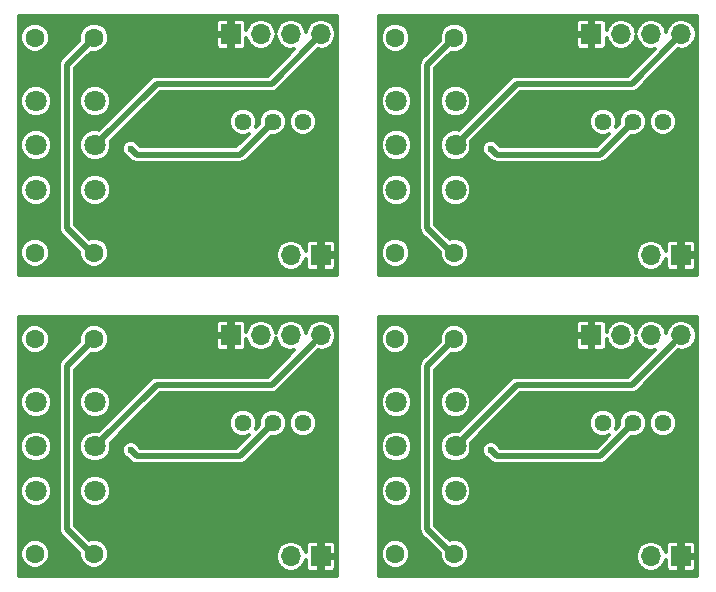
<source format=gbl>
%MOIN*%
%OFA0B0*%
%FSLAX46Y46*%
%IPPOS*%
%LPD*%
%ADD10C,0.0039370078740157488*%
%ADD11C,0.062992125984251982*%
%ADD12C,0.070866141732283464*%
%ADD13C,0.056692913385826771*%
%ADD14O,0.066929133858267723X0.066929133858267723*%
%ADD15R,0.066929133858267723X0.066929133858267723*%
%ADD16C,0.023622047244094488*%
%ADD17C,0.01968503937007874*%
%ADD18C,0.011811023622047244*%
%ADD29C,0.0039370078740157488*%
%ADD30C,0.062992125984251982*%
%ADD31C,0.070866141732283464*%
%ADD32C,0.056692913385826771*%
%ADD33O,0.066929133858267723X0.066929133858267723*%
%ADD34R,0.066929133858267723X0.066929133858267723*%
%ADD35C,0.023622047244094488*%
%ADD36C,0.01968503937007874*%
%ADD37C,0.011811023622047244*%
%ADD38C,0.0039370078740157488*%
%ADD39C,0.062992125984251982*%
%ADD40C,0.070866141732283464*%
%ADD41C,0.056692913385826771*%
%ADD42O,0.066929133858267723X0.066929133858267723*%
%ADD43R,0.066929133858267723X0.066929133858267723*%
%ADD44C,0.023622047244094488*%
%ADD45C,0.01968503937007874*%
%ADD46C,0.011811023622047244*%
%ADD47C,0.0039370078740157488*%
%ADD48C,0.062992125984251982*%
%ADD49C,0.070866141732283464*%
%ADD50C,0.056692913385826771*%
%ADD51O,0.066929133858267723X0.066929133858267723*%
%ADD52R,0.066929133858267723X0.066929133858267723*%
%ADD53C,0.023622047244094488*%
%ADD54C,0.01968503937007874*%
%ADD55C,0.011811023622047244*%
G01G01*
D10*
D11*
X-0005393700Y0004251968D02*
X0000074803Y0000811023D03*
X0000271653Y0000811023D03*
D12*
X0000078740Y0000600393D03*
X0000078740Y0000452755D03*
X0000078740Y0000305118D03*
X0000275590Y0000600393D03*
X0000275590Y0000452755D03*
X0000275590Y0000305118D03*
D13*
X0000767716Y0000531496D03*
X0000867716Y0000531496D03*
X0000967716Y0000531496D03*
D14*
X0000927559Y0000086614D03*
D15*
X0001027559Y0000086614D03*
D14*
X0001028346Y0000822834D03*
X0000928346Y0000822834D03*
X0000828346Y0000822834D03*
D15*
X0000728346Y0000822834D03*
D11*
X0000271653Y0000094488D03*
X0000074803Y0000094488D03*
D16*
X0000527559Y0000098425D03*
X0000393700Y0000370078D03*
X0000393700Y0000625984D03*
X0000393700Y0000440944D03*
D17*
X0000271653Y0000094488D02*
X0000263779Y0000094488D01*
X0000263779Y0000094488D02*
X0000181102Y0000177165D01*
X0000240157Y0000779527D02*
X0000271653Y0000811023D01*
X0000181102Y0000720472D02*
X0000240157Y0000779527D01*
X0000181102Y0000177165D02*
X0000181102Y0000720472D01*
X0000393700Y0000440944D02*
X0000413385Y0000421259D01*
X0000413385Y0000421259D02*
X0000757480Y0000421259D01*
X0000757480Y0000421259D02*
X0000867716Y0000531496D01*
X0000275590Y0000452755D02*
X0000480314Y0000657480D01*
X0000480314Y0000657480D02*
X0000862992Y0000657480D01*
X0000862992Y0000657480D02*
X0000994881Y0000789370D01*
X0000994881Y0000789370D02*
X0001028346Y0000822834D01*
X0000275590Y0000452755D02*
X0000279527Y0000452755D01*
D18*
G36*
X0001081692Y0000020669D02*
X0000020669Y0000020669D01*
X0000020669Y0000084742D01*
X0000025582Y0000084742D01*
X0000033058Y0000066647D01*
X0000046890Y0000052792D01*
X0000064971Y0000045284D01*
X0000084549Y0000045267D01*
X0000102643Y0000052743D01*
X0000116499Y0000066575D01*
X0000124007Y0000084656D01*
X0000124024Y0000104234D01*
X0000116547Y0000122328D01*
X0000102716Y0000136184D01*
X0000084635Y0000143692D01*
X0000065057Y0000143709D01*
X0000046962Y0000136232D01*
X0000033107Y0000122401D01*
X0000025599Y0000104320D01*
X0000025582Y0000084742D01*
X0000020669Y0000084742D01*
X0000020669Y0000294592D01*
X0000025581Y0000294592D01*
X0000033655Y0000275050D01*
X0000048593Y0000260086D01*
X0000068121Y0000251977D01*
X0000089265Y0000251959D01*
X0000108807Y0000260033D01*
X0000123771Y0000274971D01*
X0000131880Y0000294499D01*
X0000131898Y0000315643D01*
X0000123824Y0000335185D01*
X0000108886Y0000350149D01*
X0000089358Y0000358258D01*
X0000068214Y0000358276D01*
X0000048672Y0000350202D01*
X0000033708Y0000335264D01*
X0000025599Y0000315736D01*
X0000025581Y0000294592D01*
X0000020669Y0000294592D01*
X0000020669Y0000442230D01*
X0000025581Y0000442230D01*
X0000033655Y0000422688D01*
X0000048593Y0000407724D01*
X0000068121Y0000399615D01*
X0000089265Y0000399597D01*
X0000108807Y0000407671D01*
X0000123771Y0000422609D01*
X0000131880Y0000442137D01*
X0000131898Y0000463281D01*
X0000123824Y0000482823D01*
X0000108886Y0000497787D01*
X0000089358Y0000505896D01*
X0000068214Y0000505914D01*
X0000048672Y0000497840D01*
X0000033708Y0000482902D01*
X0000025599Y0000463374D01*
X0000025581Y0000442230D01*
X0000020669Y0000442230D01*
X0000020669Y0000589867D01*
X0000025581Y0000589867D01*
X0000033655Y0000570326D01*
X0000048593Y0000555361D01*
X0000068121Y0000547253D01*
X0000089265Y0000547234D01*
X0000108807Y0000555309D01*
X0000123771Y0000570247D01*
X0000131880Y0000589775D01*
X0000131898Y0000610919D01*
X0000123824Y0000630461D01*
X0000108886Y0000645425D01*
X0000089358Y0000653534D01*
X0000068214Y0000653552D01*
X0000048672Y0000645478D01*
X0000033708Y0000630539D01*
X0000025599Y0000611012D01*
X0000025581Y0000589867D01*
X0000020669Y0000589867D01*
X0000020669Y0000720472D01*
X0000153543Y0000720472D01*
X0000153543Y0000177165D01*
X0000155641Y0000166618D01*
X0000161615Y0000157678D01*
X0000222442Y0000096850D01*
X0000222432Y0000084742D01*
X0000229908Y0000066647D01*
X0000243740Y0000052792D01*
X0000261821Y0000045284D01*
X0000281399Y0000045267D01*
X0000299493Y0000052743D01*
X0000313349Y0000066575D01*
X0000320857Y0000084656D01*
X0000320860Y0000087616D01*
X0000876377Y0000087616D01*
X0000876377Y0000085611D01*
X0000880273Y0000066025D01*
X0000891368Y0000049420D01*
X0000907972Y0000038326D01*
X0000927559Y0000034430D01*
X0000947145Y0000038326D01*
X0000963749Y0000049420D01*
X0000974844Y0000066025D01*
X0000976377Y0000073735D01*
X0000976377Y0000049625D01*
X0000979075Y0000043113D01*
X0000984058Y0000038130D01*
X0000990570Y0000035433D01*
X0001017224Y0000035433D01*
X0001021653Y0000039862D01*
X0001021653Y0000080708D01*
X0001033464Y0000080708D01*
X0001033464Y0000039862D01*
X0001037893Y0000035433D01*
X0001064547Y0000035433D01*
X0001071059Y0000038130D01*
X0001076042Y0000043113D01*
X0001078740Y0000049625D01*
X0001078740Y0000076279D01*
X0001074310Y0000080708D01*
X0001033464Y0000080708D01*
X0001021653Y0000080708D01*
X0001020866Y0000080708D01*
X0001020866Y0000092519D01*
X0001021653Y0000092519D01*
X0001021653Y0000133366D01*
X0001033464Y0000133366D01*
X0001033464Y0000092519D01*
X0001074310Y0000092519D01*
X0001078740Y0000096948D01*
X0001078740Y0000123602D01*
X0001076042Y0000130114D01*
X0001071059Y0000135098D01*
X0001064547Y0000137795D01*
X0001037893Y0000137795D01*
X0001033464Y0000133366D01*
X0001021653Y0000133366D01*
X0001017224Y0000137795D01*
X0000990570Y0000137795D01*
X0000984058Y0000135098D01*
X0000979075Y0000130114D01*
X0000976377Y0000123602D01*
X0000976377Y0000099492D01*
X0000974844Y0000107202D01*
X0000963749Y0000123807D01*
X0000947145Y0000134902D01*
X0000927559Y0000138797D01*
X0000907972Y0000134902D01*
X0000891368Y0000123807D01*
X0000880273Y0000107202D01*
X0000876377Y0000087616D01*
X0000320860Y0000087616D01*
X0000320874Y0000104234D01*
X0000313398Y0000122328D01*
X0000299566Y0000136184D01*
X0000281485Y0000143692D01*
X0000261907Y0000143709D01*
X0000255981Y0000141260D01*
X0000208661Y0000188580D01*
X0000208661Y0000294592D01*
X0000222431Y0000294592D01*
X0000230506Y0000275050D01*
X0000245444Y0000260086D01*
X0000264972Y0000251977D01*
X0000286116Y0000251959D01*
X0000305658Y0000260033D01*
X0000320622Y0000274971D01*
X0000328730Y0000294499D01*
X0000328749Y0000315643D01*
X0000320674Y0000335185D01*
X0000305736Y0000350149D01*
X0000286209Y0000358258D01*
X0000265064Y0000358276D01*
X0000245523Y0000350202D01*
X0000230558Y0000335264D01*
X0000222450Y0000315736D01*
X0000222431Y0000294592D01*
X0000208661Y0000294592D01*
X0000208661Y0000442230D01*
X0000222431Y0000442230D01*
X0000230506Y0000422688D01*
X0000245444Y0000407724D01*
X0000264972Y0000399615D01*
X0000286116Y0000399597D01*
X0000305658Y0000407671D01*
X0000320622Y0000422609D01*
X0000325807Y0000435097D01*
X0000364168Y0000435097D01*
X0000368653Y0000424240D01*
X0000376952Y0000415927D01*
X0000381725Y0000413945D01*
X0000393898Y0000401772D01*
X0000402839Y0000395798D01*
X0000413385Y0000393700D01*
X0000413385Y0000393700D01*
X0000757480Y0000393700D01*
X0000768026Y0000395798D01*
X0000776967Y0000401772D01*
X0000860634Y0000485439D01*
X0000876838Y0000485425D01*
X0000893775Y0000492422D01*
X0000906744Y0000505369D01*
X0000913771Y0000522293D01*
X0000913771Y0000522373D01*
X0000921645Y0000522373D01*
X0000928643Y0000505437D01*
X0000941589Y0000492468D01*
X0000958513Y0000485441D01*
X0000976838Y0000485425D01*
X0000993775Y0000492422D01*
X0001006744Y0000505369D01*
X0001013771Y0000522293D01*
X0001013787Y0000540618D01*
X0001006789Y0000557554D01*
X0000993843Y0000570523D01*
X0000976919Y0000577551D01*
X0000958594Y0000577567D01*
X0000941658Y0000570569D01*
X0000928688Y0000557622D01*
X0000921661Y0000540698D01*
X0000921645Y0000522373D01*
X0000913771Y0000522373D01*
X0000913787Y0000540618D01*
X0000906789Y0000557554D01*
X0000893843Y0000570523D01*
X0000876919Y0000577551D01*
X0000858594Y0000577567D01*
X0000841658Y0000570569D01*
X0000828688Y0000557622D01*
X0000821661Y0000540698D01*
X0000821647Y0000524401D01*
X0000809675Y0000512429D01*
X0000813771Y0000522293D01*
X0000813787Y0000540618D01*
X0000806789Y0000557554D01*
X0000793843Y0000570523D01*
X0000776919Y0000577551D01*
X0000758594Y0000577567D01*
X0000741657Y0000570569D01*
X0000728688Y0000557622D01*
X0000721661Y0000540698D01*
X0000721645Y0000522373D01*
X0000728643Y0000505437D01*
X0000741589Y0000492468D01*
X0000758513Y0000485441D01*
X0000776838Y0000485425D01*
X0000786777Y0000489531D01*
X0000746064Y0000448818D01*
X0000424801Y0000448818D01*
X0000420702Y0000452917D01*
X0000418747Y0000457649D01*
X0000410448Y0000465962D01*
X0000399599Y0000470467D01*
X0000387853Y0000470477D01*
X0000376996Y0000465991D01*
X0000368683Y0000457692D01*
X0000364178Y0000446844D01*
X0000364168Y0000435097D01*
X0000325807Y0000435097D01*
X0000328730Y0000442137D01*
X0000328749Y0000463281D01*
X0000327679Y0000465870D01*
X0000491730Y0000629921D01*
X0000862992Y0000629921D01*
X0000873538Y0000632019D01*
X0000882479Y0000637993D01*
X0001017328Y0000772842D01*
X0001028346Y0000770650D01*
X0001047932Y0000774546D01*
X0001064536Y0000785641D01*
X0001075631Y0000802245D01*
X0001079527Y0000821831D01*
X0001079527Y0000823837D01*
X0001075631Y0000843423D01*
X0001064536Y0000860027D01*
X0001047932Y0000871122D01*
X0001028346Y0000875018D01*
X0001008760Y0000871122D01*
X0000992155Y0000860027D01*
X0000981061Y0000843423D01*
X0000978346Y0000829775D01*
X0000975631Y0000843423D01*
X0000964536Y0000860027D01*
X0000947932Y0000871122D01*
X0000928346Y0000875018D01*
X0000908760Y0000871122D01*
X0000892155Y0000860027D01*
X0000881061Y0000843423D01*
X0000878346Y0000829775D01*
X0000875631Y0000843423D01*
X0000864536Y0000860027D01*
X0000847932Y0000871122D01*
X0000828346Y0000875018D01*
X0000808760Y0000871122D01*
X0000792155Y0000860027D01*
X0000781061Y0000843423D01*
X0000779527Y0000835712D01*
X0000779527Y0000859823D01*
X0000776830Y0000866334D01*
X0000771846Y0000871318D01*
X0000765335Y0000874015D01*
X0000738681Y0000874015D01*
X0000734251Y0000869586D01*
X0000734251Y0000828740D01*
X0000735039Y0000828740D01*
X0000735039Y0000816929D01*
X0000734251Y0000816929D01*
X0000734251Y0000776082D01*
X0000738681Y0000771653D01*
X0000765335Y0000771653D01*
X0000771846Y0000774350D01*
X0000776830Y0000779334D01*
X0000779527Y0000785845D01*
X0000779527Y0000809956D01*
X0000781061Y0000802245D01*
X0000792155Y0000785641D01*
X0000808760Y0000774546D01*
X0000828346Y0000770650D01*
X0000847932Y0000774546D01*
X0000864536Y0000785641D01*
X0000875631Y0000802245D01*
X0000878346Y0000815894D01*
X0000881061Y0000802245D01*
X0000892155Y0000785641D01*
X0000908760Y0000774546D01*
X0000928346Y0000770650D01*
X0000939383Y0000772846D01*
X0000851576Y0000685039D01*
X0000480315Y0000685039D01*
X0000480314Y0000685039D01*
X0000469768Y0000682941D01*
X0000465298Y0000679954D01*
X0000460827Y0000676967D01*
X0000460827Y0000676967D01*
X0000288715Y0000504855D01*
X0000286209Y0000505896D01*
X0000265064Y0000505914D01*
X0000245523Y0000497840D01*
X0000230558Y0000482902D01*
X0000222450Y0000463374D01*
X0000222431Y0000442230D01*
X0000208661Y0000442230D01*
X0000208661Y0000589867D01*
X0000222431Y0000589867D01*
X0000230506Y0000570326D01*
X0000245444Y0000555361D01*
X0000264972Y0000547253D01*
X0000286116Y0000547234D01*
X0000305658Y0000555309D01*
X0000320622Y0000570247D01*
X0000328730Y0000589775D01*
X0000328749Y0000610919D01*
X0000320674Y0000630461D01*
X0000305736Y0000645425D01*
X0000286209Y0000653534D01*
X0000265064Y0000653552D01*
X0000245523Y0000645478D01*
X0000230558Y0000630539D01*
X0000222450Y0000611012D01*
X0000222431Y0000589867D01*
X0000208661Y0000589867D01*
X0000208661Y0000709057D01*
X0000261540Y0000761936D01*
X0000261821Y0000761819D01*
X0000281399Y0000761802D01*
X0000299493Y0000769278D01*
X0000313349Y0000783110D01*
X0000320857Y0000801191D01*
X0000320867Y0000812500D01*
X0000677165Y0000812500D01*
X0000677165Y0000785845D01*
X0000679862Y0000779334D01*
X0000684846Y0000774350D01*
X0000691357Y0000771653D01*
X0000718011Y0000771653D01*
X0000722440Y0000776082D01*
X0000722440Y0000816929D01*
X0000681594Y0000816929D01*
X0000677165Y0000812500D01*
X0000320867Y0000812500D01*
X0000320874Y0000820769D01*
X0000313398Y0000838863D01*
X0000299566Y0000852719D01*
X0000282459Y0000859823D01*
X0000677165Y0000859823D01*
X0000677165Y0000833169D01*
X0000681594Y0000828740D01*
X0000722440Y0000828740D01*
X0000722440Y0000869586D01*
X0000718011Y0000874015D01*
X0000691357Y0000874015D01*
X0000684846Y0000871318D01*
X0000679862Y0000866334D01*
X0000677165Y0000859823D01*
X0000282459Y0000859823D01*
X0000281485Y0000860227D01*
X0000261907Y0000860244D01*
X0000243813Y0000852768D01*
X0000229957Y0000838936D01*
X0000222449Y0000820855D01*
X0000222432Y0000801277D01*
X0000222578Y0000800923D01*
X0000161615Y0000739959D01*
X0000155641Y0000731018D01*
X0000155641Y0000731018D01*
X0000153543Y0000720472D01*
X0000020669Y0000720472D01*
X0000020669Y0000801277D01*
X0000025582Y0000801277D01*
X0000033058Y0000783183D01*
X0000046890Y0000769327D01*
X0000064971Y0000761819D01*
X0000084549Y0000761802D01*
X0000102643Y0000769278D01*
X0000116499Y0000783110D01*
X0000124007Y0000801191D01*
X0000124024Y0000820769D01*
X0000116547Y0000838863D01*
X0000102716Y0000852719D01*
X0000084635Y0000860227D01*
X0000065057Y0000860244D01*
X0000046962Y0000852768D01*
X0000033107Y0000838936D01*
X0000025599Y0000820855D01*
X0000025582Y0000801277D01*
X0000020669Y0000801277D01*
X0000020669Y0000884842D01*
X0001081692Y0000884842D01*
X0001081692Y0000020669D01*
X0001081692Y0000020669D01*
G37*
X0001081692Y0000020669D02*
X0000020669Y0000020669D01*
X0000020669Y0000084742D01*
X0000025582Y0000084742D01*
X0000033058Y0000066647D01*
X0000046890Y0000052792D01*
X0000064971Y0000045284D01*
X0000084549Y0000045267D01*
X0000102643Y0000052743D01*
X0000116499Y0000066575D01*
X0000124007Y0000084656D01*
X0000124024Y0000104234D01*
X0000116547Y0000122328D01*
X0000102716Y0000136184D01*
X0000084635Y0000143692D01*
X0000065057Y0000143709D01*
X0000046962Y0000136232D01*
X0000033107Y0000122401D01*
X0000025599Y0000104320D01*
X0000025582Y0000084742D01*
X0000020669Y0000084742D01*
X0000020669Y0000294592D01*
X0000025581Y0000294592D01*
X0000033655Y0000275050D01*
X0000048593Y0000260086D01*
X0000068121Y0000251977D01*
X0000089265Y0000251959D01*
X0000108807Y0000260033D01*
X0000123771Y0000274971D01*
X0000131880Y0000294499D01*
X0000131898Y0000315643D01*
X0000123824Y0000335185D01*
X0000108886Y0000350149D01*
X0000089358Y0000358258D01*
X0000068214Y0000358276D01*
X0000048672Y0000350202D01*
X0000033708Y0000335264D01*
X0000025599Y0000315736D01*
X0000025581Y0000294592D01*
X0000020669Y0000294592D01*
X0000020669Y0000442230D01*
X0000025581Y0000442230D01*
X0000033655Y0000422688D01*
X0000048593Y0000407724D01*
X0000068121Y0000399615D01*
X0000089265Y0000399597D01*
X0000108807Y0000407671D01*
X0000123771Y0000422609D01*
X0000131880Y0000442137D01*
X0000131898Y0000463281D01*
X0000123824Y0000482823D01*
X0000108886Y0000497787D01*
X0000089358Y0000505896D01*
X0000068214Y0000505914D01*
X0000048672Y0000497840D01*
X0000033708Y0000482902D01*
X0000025599Y0000463374D01*
X0000025581Y0000442230D01*
X0000020669Y0000442230D01*
X0000020669Y0000589867D01*
X0000025581Y0000589867D01*
X0000033655Y0000570326D01*
X0000048593Y0000555361D01*
X0000068121Y0000547253D01*
X0000089265Y0000547234D01*
X0000108807Y0000555309D01*
X0000123771Y0000570247D01*
X0000131880Y0000589775D01*
X0000131898Y0000610919D01*
X0000123824Y0000630461D01*
X0000108886Y0000645425D01*
X0000089358Y0000653534D01*
X0000068214Y0000653552D01*
X0000048672Y0000645478D01*
X0000033708Y0000630539D01*
X0000025599Y0000611012D01*
X0000025581Y0000589867D01*
X0000020669Y0000589867D01*
X0000020669Y0000720472D01*
X0000153543Y0000720472D01*
X0000153543Y0000177165D01*
X0000155641Y0000166618D01*
X0000161615Y0000157678D01*
X0000222442Y0000096850D01*
X0000222432Y0000084742D01*
X0000229908Y0000066647D01*
X0000243740Y0000052792D01*
X0000261821Y0000045284D01*
X0000281399Y0000045267D01*
X0000299493Y0000052743D01*
X0000313349Y0000066575D01*
X0000320857Y0000084656D01*
X0000320860Y0000087616D01*
X0000876377Y0000087616D01*
X0000876377Y0000085611D01*
X0000880273Y0000066025D01*
X0000891368Y0000049420D01*
X0000907972Y0000038326D01*
X0000927559Y0000034430D01*
X0000947145Y0000038326D01*
X0000963749Y0000049420D01*
X0000974844Y0000066025D01*
X0000976377Y0000073735D01*
X0000976377Y0000049625D01*
X0000979075Y0000043113D01*
X0000984058Y0000038130D01*
X0000990570Y0000035433D01*
X0001017224Y0000035433D01*
X0001021653Y0000039862D01*
X0001021653Y0000080708D01*
X0001033464Y0000080708D01*
X0001033464Y0000039862D01*
X0001037893Y0000035433D01*
X0001064547Y0000035433D01*
X0001071059Y0000038130D01*
X0001076042Y0000043113D01*
X0001078740Y0000049625D01*
X0001078740Y0000076279D01*
X0001074310Y0000080708D01*
X0001033464Y0000080708D01*
X0001021653Y0000080708D01*
X0001020866Y0000080708D01*
X0001020866Y0000092519D01*
X0001021653Y0000092519D01*
X0001021653Y0000133366D01*
X0001033464Y0000133366D01*
X0001033464Y0000092519D01*
X0001074310Y0000092519D01*
X0001078740Y0000096948D01*
X0001078740Y0000123602D01*
X0001076042Y0000130114D01*
X0001071059Y0000135098D01*
X0001064547Y0000137795D01*
X0001037893Y0000137795D01*
X0001033464Y0000133366D01*
X0001021653Y0000133366D01*
X0001017224Y0000137795D01*
X0000990570Y0000137795D01*
X0000984058Y0000135098D01*
X0000979075Y0000130114D01*
X0000976377Y0000123602D01*
X0000976377Y0000099492D01*
X0000974844Y0000107202D01*
X0000963749Y0000123807D01*
X0000947145Y0000134902D01*
X0000927559Y0000138797D01*
X0000907972Y0000134902D01*
X0000891368Y0000123807D01*
X0000880273Y0000107202D01*
X0000876377Y0000087616D01*
X0000320860Y0000087616D01*
X0000320874Y0000104234D01*
X0000313398Y0000122328D01*
X0000299566Y0000136184D01*
X0000281485Y0000143692D01*
X0000261907Y0000143709D01*
X0000255981Y0000141260D01*
X0000208661Y0000188580D01*
X0000208661Y0000294592D01*
X0000222431Y0000294592D01*
X0000230506Y0000275050D01*
X0000245444Y0000260086D01*
X0000264972Y0000251977D01*
X0000286116Y0000251959D01*
X0000305658Y0000260033D01*
X0000320622Y0000274971D01*
X0000328730Y0000294499D01*
X0000328749Y0000315643D01*
X0000320674Y0000335185D01*
X0000305736Y0000350149D01*
X0000286209Y0000358258D01*
X0000265064Y0000358276D01*
X0000245523Y0000350202D01*
X0000230558Y0000335264D01*
X0000222450Y0000315736D01*
X0000222431Y0000294592D01*
X0000208661Y0000294592D01*
X0000208661Y0000442230D01*
X0000222431Y0000442230D01*
X0000230506Y0000422688D01*
X0000245444Y0000407724D01*
X0000264972Y0000399615D01*
X0000286116Y0000399597D01*
X0000305658Y0000407671D01*
X0000320622Y0000422609D01*
X0000325807Y0000435097D01*
X0000364168Y0000435097D01*
X0000368653Y0000424240D01*
X0000376952Y0000415927D01*
X0000381725Y0000413945D01*
X0000393898Y0000401772D01*
X0000402839Y0000395798D01*
X0000413385Y0000393700D01*
X0000413385Y0000393700D01*
X0000757480Y0000393700D01*
X0000768026Y0000395798D01*
X0000776967Y0000401772D01*
X0000860634Y0000485439D01*
X0000876838Y0000485425D01*
X0000893775Y0000492422D01*
X0000906744Y0000505369D01*
X0000913771Y0000522293D01*
X0000913771Y0000522373D01*
X0000921645Y0000522373D01*
X0000928643Y0000505437D01*
X0000941589Y0000492468D01*
X0000958513Y0000485441D01*
X0000976838Y0000485425D01*
X0000993775Y0000492422D01*
X0001006744Y0000505369D01*
X0001013771Y0000522293D01*
X0001013787Y0000540618D01*
X0001006789Y0000557554D01*
X0000993843Y0000570523D01*
X0000976919Y0000577551D01*
X0000958594Y0000577567D01*
X0000941658Y0000570569D01*
X0000928688Y0000557622D01*
X0000921661Y0000540698D01*
X0000921645Y0000522373D01*
X0000913771Y0000522373D01*
X0000913787Y0000540618D01*
X0000906789Y0000557554D01*
X0000893843Y0000570523D01*
X0000876919Y0000577551D01*
X0000858594Y0000577567D01*
X0000841658Y0000570569D01*
X0000828688Y0000557622D01*
X0000821661Y0000540698D01*
X0000821647Y0000524401D01*
X0000809675Y0000512429D01*
X0000813771Y0000522293D01*
X0000813787Y0000540618D01*
X0000806789Y0000557554D01*
X0000793843Y0000570523D01*
X0000776919Y0000577551D01*
X0000758594Y0000577567D01*
X0000741657Y0000570569D01*
X0000728688Y0000557622D01*
X0000721661Y0000540698D01*
X0000721645Y0000522373D01*
X0000728643Y0000505437D01*
X0000741589Y0000492468D01*
X0000758513Y0000485441D01*
X0000776838Y0000485425D01*
X0000786777Y0000489531D01*
X0000746064Y0000448818D01*
X0000424801Y0000448818D01*
X0000420702Y0000452917D01*
X0000418747Y0000457649D01*
X0000410448Y0000465962D01*
X0000399599Y0000470467D01*
X0000387853Y0000470477D01*
X0000376996Y0000465991D01*
X0000368683Y0000457692D01*
X0000364178Y0000446844D01*
X0000364168Y0000435097D01*
X0000325807Y0000435097D01*
X0000328730Y0000442137D01*
X0000328749Y0000463281D01*
X0000327679Y0000465870D01*
X0000491730Y0000629921D01*
X0000862992Y0000629921D01*
X0000873538Y0000632019D01*
X0000882479Y0000637993D01*
X0001017328Y0000772842D01*
X0001028346Y0000770650D01*
X0001047932Y0000774546D01*
X0001064536Y0000785641D01*
X0001075631Y0000802245D01*
X0001079527Y0000821831D01*
X0001079527Y0000823837D01*
X0001075631Y0000843423D01*
X0001064536Y0000860027D01*
X0001047932Y0000871122D01*
X0001028346Y0000875018D01*
X0001008760Y0000871122D01*
X0000992155Y0000860027D01*
X0000981061Y0000843423D01*
X0000978346Y0000829775D01*
X0000975631Y0000843423D01*
X0000964536Y0000860027D01*
X0000947932Y0000871122D01*
X0000928346Y0000875018D01*
X0000908760Y0000871122D01*
X0000892155Y0000860027D01*
X0000881061Y0000843423D01*
X0000878346Y0000829775D01*
X0000875631Y0000843423D01*
X0000864536Y0000860027D01*
X0000847932Y0000871122D01*
X0000828346Y0000875018D01*
X0000808760Y0000871122D01*
X0000792155Y0000860027D01*
X0000781061Y0000843423D01*
X0000779527Y0000835712D01*
X0000779527Y0000859823D01*
X0000776830Y0000866334D01*
X0000771846Y0000871318D01*
X0000765335Y0000874015D01*
X0000738681Y0000874015D01*
X0000734251Y0000869586D01*
X0000734251Y0000828740D01*
X0000735039Y0000828740D01*
X0000735039Y0000816929D01*
X0000734251Y0000816929D01*
X0000734251Y0000776082D01*
X0000738681Y0000771653D01*
X0000765335Y0000771653D01*
X0000771846Y0000774350D01*
X0000776830Y0000779334D01*
X0000779527Y0000785845D01*
X0000779527Y0000809956D01*
X0000781061Y0000802245D01*
X0000792155Y0000785641D01*
X0000808760Y0000774546D01*
X0000828346Y0000770650D01*
X0000847932Y0000774546D01*
X0000864536Y0000785641D01*
X0000875631Y0000802245D01*
X0000878346Y0000815894D01*
X0000881061Y0000802245D01*
X0000892155Y0000785641D01*
X0000908760Y0000774546D01*
X0000928346Y0000770650D01*
X0000939383Y0000772846D01*
X0000851576Y0000685039D01*
X0000480315Y0000685039D01*
X0000480314Y0000685039D01*
X0000469768Y0000682941D01*
X0000465298Y0000679954D01*
X0000460827Y0000676967D01*
X0000460827Y0000676967D01*
X0000288715Y0000504855D01*
X0000286209Y0000505896D01*
X0000265064Y0000505914D01*
X0000245523Y0000497840D01*
X0000230558Y0000482902D01*
X0000222450Y0000463374D01*
X0000222431Y0000442230D01*
X0000208661Y0000442230D01*
X0000208661Y0000589867D01*
X0000222431Y0000589867D01*
X0000230506Y0000570326D01*
X0000245444Y0000555361D01*
X0000264972Y0000547253D01*
X0000286116Y0000547234D01*
X0000305658Y0000555309D01*
X0000320622Y0000570247D01*
X0000328730Y0000589775D01*
X0000328749Y0000610919D01*
X0000320674Y0000630461D01*
X0000305736Y0000645425D01*
X0000286209Y0000653534D01*
X0000265064Y0000653552D01*
X0000245523Y0000645478D01*
X0000230558Y0000630539D01*
X0000222450Y0000611012D01*
X0000222431Y0000589867D01*
X0000208661Y0000589867D01*
X0000208661Y0000709057D01*
X0000261540Y0000761936D01*
X0000261821Y0000761819D01*
X0000281399Y0000761802D01*
X0000299493Y0000769278D01*
X0000313349Y0000783110D01*
X0000320857Y0000801191D01*
X0000320867Y0000812500D01*
X0000677165Y0000812500D01*
X0000677165Y0000785845D01*
X0000679862Y0000779334D01*
X0000684846Y0000774350D01*
X0000691357Y0000771653D01*
X0000718011Y0000771653D01*
X0000722440Y0000776082D01*
X0000722440Y0000816929D01*
X0000681594Y0000816929D01*
X0000677165Y0000812500D01*
X0000320867Y0000812500D01*
X0000320874Y0000820769D01*
X0000313398Y0000838863D01*
X0000299566Y0000852719D01*
X0000282459Y0000859823D01*
X0000677165Y0000859823D01*
X0000677165Y0000833169D01*
X0000681594Y0000828740D01*
X0000722440Y0000828740D01*
X0000722440Y0000869586D01*
X0000718011Y0000874015D01*
X0000691357Y0000874015D01*
X0000684846Y0000871318D01*
X0000679862Y0000866334D01*
X0000677165Y0000859823D01*
X0000282459Y0000859823D01*
X0000281485Y0000860227D01*
X0000261907Y0000860244D01*
X0000243813Y0000852768D01*
X0000229957Y0000838936D01*
X0000222449Y0000820855D01*
X0000222432Y0000801277D01*
X0000222578Y0000800923D01*
X0000161615Y0000739959D01*
X0000155641Y0000731018D01*
X0000155641Y0000731018D01*
X0000153543Y0000720472D01*
X0000020669Y0000720472D01*
X0000020669Y0000801277D01*
X0000025582Y0000801277D01*
X0000033058Y0000783183D01*
X0000046890Y0000769327D01*
X0000064971Y0000761819D01*
X0000084549Y0000761802D01*
X0000102643Y0000769278D01*
X0000116499Y0000783110D01*
X0000124007Y0000801191D01*
X0000124024Y0000820769D01*
X0000116547Y0000838863D01*
X0000102716Y0000852719D01*
X0000084635Y0000860227D01*
X0000065057Y0000860244D01*
X0000046962Y0000852768D01*
X0000033107Y0000838936D01*
X0000025599Y0000820855D01*
X0000025582Y0000801277D01*
X0000020669Y0000801277D01*
X0000020669Y0000884842D01*
X0001081692Y0000884842D01*
X0001081692Y0000020669D01*
G04 next file*
G04 #@! TF.FileFunction,Copper,L2,Bot,Signal*
G04 Gerber Fmt 4.6, Leading zero omitted, Abs format (unit mm)*
G04 Created by KiCad (PCBNEW 4.0.4-1.fc24-product) date Tue Aug 28 17:04:24 2018*
G01G01*
G04 APERTURE LIST*
G04 APERTURE END LIST*
D29*
D30*
X-0004192913Y0004251968D02*
X0001275590Y0000811023D03*
X0001472440Y0000811023D03*
D31*
X0001279527Y0000600393D03*
X0001279527Y0000452755D03*
X0001279527Y0000305118D03*
X0001476377Y0000600393D03*
X0001476377Y0000452755D03*
X0001476377Y0000305118D03*
D32*
X0001968503Y0000531496D03*
X0002068503Y0000531496D03*
X0002168503Y0000531496D03*
D33*
X0002128346Y0000086614D03*
D34*
X0002228346Y0000086614D03*
D33*
X0002229133Y0000822834D03*
X0002129133Y0000822834D03*
X0002029133Y0000822834D03*
D34*
X0001929133Y0000822834D03*
D30*
X0001472440Y0000094488D03*
X0001275590Y0000094488D03*
D35*
X0001728346Y0000098425D03*
X0001594488Y0000370078D03*
X0001594488Y0000625984D03*
X0001594488Y0000440944D03*
D36*
X0001472440Y0000094488D02*
X0001464566Y0000094488D01*
X0001464566Y0000094488D02*
X0001381889Y0000177165D01*
X0001440944Y0000779527D02*
X0001472440Y0000811023D01*
X0001381889Y0000720472D02*
X0001440944Y0000779527D01*
X0001381889Y0000177165D02*
X0001381889Y0000720472D01*
X0001594488Y0000440944D02*
X0001614173Y0000421259D01*
X0001614173Y0000421259D02*
X0001958267Y0000421259D01*
X0001958267Y0000421259D02*
X0002068503Y0000531496D01*
X0001476377Y0000452755D02*
X0001681102Y0000657480D01*
X0001681102Y0000657480D02*
X0002063779Y0000657480D01*
X0002063779Y0000657480D02*
X0002195669Y0000789370D01*
X0002195669Y0000789370D02*
X0002229133Y0000822834D01*
X0001476377Y0000452755D02*
X0001480314Y0000452755D01*
D37*
G36*
X0002282480Y0000020669D02*
X0001221456Y0000020669D01*
X0001221456Y0000084742D01*
X0001226369Y0000084742D01*
X0001233845Y0000066647D01*
X0001247677Y0000052792D01*
X0001265758Y0000045284D01*
X0001285336Y0000045267D01*
X0001303430Y0000052743D01*
X0001317286Y0000066575D01*
X0001324794Y0000084656D01*
X0001324811Y0000104234D01*
X0001317335Y0000122328D01*
X0001303503Y0000136184D01*
X0001285422Y0000143692D01*
X0001265844Y0000143709D01*
X0001247750Y0000136232D01*
X0001233894Y0000122401D01*
X0001226386Y0000104320D01*
X0001226369Y0000084742D01*
X0001221456Y0000084742D01*
X0001221456Y0000294592D01*
X0001226368Y0000294592D01*
X0001234443Y0000275050D01*
X0001249381Y0000260086D01*
X0001268909Y0000251977D01*
X0001290053Y0000251959D01*
X0001309595Y0000260033D01*
X0001324559Y0000274971D01*
X0001332667Y0000294499D01*
X0001332686Y0000315643D01*
X0001324611Y0000335185D01*
X0001309673Y0000350149D01*
X0001290146Y0000358258D01*
X0001269001Y0000358276D01*
X0001249460Y0000350202D01*
X0001234495Y0000335264D01*
X0001226387Y0000315736D01*
X0001226368Y0000294592D01*
X0001221456Y0000294592D01*
X0001221456Y0000442230D01*
X0001226368Y0000442230D01*
X0001234443Y0000422688D01*
X0001249381Y0000407724D01*
X0001268909Y0000399615D01*
X0001290053Y0000399597D01*
X0001309595Y0000407671D01*
X0001324559Y0000422609D01*
X0001332667Y0000442137D01*
X0001332686Y0000463281D01*
X0001324611Y0000482823D01*
X0001309673Y0000497787D01*
X0001290146Y0000505896D01*
X0001269001Y0000505914D01*
X0001249460Y0000497840D01*
X0001234495Y0000482902D01*
X0001226387Y0000463374D01*
X0001226368Y0000442230D01*
X0001221456Y0000442230D01*
X0001221456Y0000589867D01*
X0001226368Y0000589867D01*
X0001234443Y0000570326D01*
X0001249381Y0000555361D01*
X0001268909Y0000547253D01*
X0001290053Y0000547234D01*
X0001309595Y0000555309D01*
X0001324559Y0000570247D01*
X0001332667Y0000589775D01*
X0001332686Y0000610919D01*
X0001324611Y0000630461D01*
X0001309673Y0000645425D01*
X0001290146Y0000653534D01*
X0001269001Y0000653552D01*
X0001249460Y0000645478D01*
X0001234495Y0000630539D01*
X0001226387Y0000611012D01*
X0001226368Y0000589867D01*
X0001221456Y0000589867D01*
X0001221456Y0000720472D01*
X0001354330Y0000720472D01*
X0001354330Y0000177165D01*
X0001356428Y0000166618D01*
X0001362402Y0000157678D01*
X0001423230Y0000096850D01*
X0001423219Y0000084742D01*
X0001430696Y0000066647D01*
X0001444527Y0000052792D01*
X0001462609Y0000045284D01*
X0001482186Y0000045267D01*
X0001500281Y0000052743D01*
X0001514137Y0000066575D01*
X0001521645Y0000084656D01*
X0001521647Y0000087616D01*
X0002077165Y0000087616D01*
X0002077165Y0000085611D01*
X0002081061Y0000066025D01*
X0002092155Y0000049420D01*
X0002108760Y0000038326D01*
X0002128346Y0000034430D01*
X0002147932Y0000038326D01*
X0002164536Y0000049420D01*
X0002175631Y0000066025D01*
X0002177165Y0000073735D01*
X0002177165Y0000049625D01*
X0002179862Y0000043113D01*
X0002184846Y0000038130D01*
X0002191357Y0000035433D01*
X0002218011Y0000035433D01*
X0002222440Y0000039862D01*
X0002222440Y0000080708D01*
X0002234251Y0000080708D01*
X0002234251Y0000039862D01*
X0002238681Y0000035433D01*
X0002265335Y0000035433D01*
X0002271846Y0000038130D01*
X0002276830Y0000043113D01*
X0002279527Y0000049625D01*
X0002279527Y0000076279D01*
X0002275098Y0000080708D01*
X0002234251Y0000080708D01*
X0002222440Y0000080708D01*
X0002221653Y0000080708D01*
X0002221653Y0000092519D01*
X0002222440Y0000092519D01*
X0002222440Y0000133366D01*
X0002234251Y0000133366D01*
X0002234251Y0000092519D01*
X0002275098Y0000092519D01*
X0002279527Y0000096948D01*
X0002279527Y0000123602D01*
X0002276830Y0000130114D01*
X0002271846Y0000135098D01*
X0002265335Y0000137795D01*
X0002238681Y0000137795D01*
X0002234251Y0000133366D01*
X0002222440Y0000133366D01*
X0002218011Y0000137795D01*
X0002191357Y0000137795D01*
X0002184846Y0000135098D01*
X0002179862Y0000130114D01*
X0002177165Y0000123602D01*
X0002177165Y0000099492D01*
X0002175631Y0000107202D01*
X0002164536Y0000123807D01*
X0002147932Y0000134902D01*
X0002128346Y0000138797D01*
X0002108760Y0000134902D01*
X0002092155Y0000123807D01*
X0002081061Y0000107202D01*
X0002077165Y0000087616D01*
X0001521647Y0000087616D01*
X0001521662Y0000104234D01*
X0001514185Y0000122328D01*
X0001500354Y0000136184D01*
X0001482272Y0000143692D01*
X0001462694Y0000143709D01*
X0001456768Y0000141260D01*
X0001409448Y0000188580D01*
X0001409448Y0000294592D01*
X0001423219Y0000294592D01*
X0001431293Y0000275050D01*
X0001446231Y0000260086D01*
X0001465759Y0000251977D01*
X0001486903Y0000251959D01*
X0001506445Y0000260033D01*
X0001521409Y0000274971D01*
X0001529518Y0000294499D01*
X0001529536Y0000315643D01*
X0001521462Y0000335185D01*
X0001506524Y0000350149D01*
X0001486996Y0000358258D01*
X0001465852Y0000358276D01*
X0001446310Y0000350202D01*
X0001431346Y0000335264D01*
X0001423237Y0000315736D01*
X0001423219Y0000294592D01*
X0001409448Y0000294592D01*
X0001409448Y0000442230D01*
X0001423219Y0000442230D01*
X0001431293Y0000422688D01*
X0001446231Y0000407724D01*
X0001465759Y0000399615D01*
X0001486903Y0000399597D01*
X0001506445Y0000407671D01*
X0001521409Y0000422609D01*
X0001526594Y0000435097D01*
X0001564955Y0000435097D01*
X0001569441Y0000424240D01*
X0001577740Y0000415927D01*
X0001582513Y0000413945D01*
X0001594685Y0000401772D01*
X0001603626Y0000395798D01*
X0001614173Y0000393700D01*
X0001614173Y0000393700D01*
X0001958267Y0000393700D01*
X0001968814Y0000395798D01*
X0001977754Y0000401772D01*
X0002061421Y0000485439D01*
X0002077626Y0000485425D01*
X0002094562Y0000492422D01*
X0002107531Y0000505369D01*
X0002114558Y0000522293D01*
X0002114558Y0000522373D01*
X0002122432Y0000522373D01*
X0002129430Y0000505437D01*
X0002142377Y0000492468D01*
X0002159301Y0000485441D01*
X0002177626Y0000485425D01*
X0002194562Y0000492422D01*
X0002207531Y0000505369D01*
X0002214558Y0000522293D01*
X0002214574Y0000540618D01*
X0002207576Y0000557554D01*
X0002194630Y0000570523D01*
X0002177706Y0000577551D01*
X0002159381Y0000577567D01*
X0002142445Y0000570569D01*
X0002129476Y0000557622D01*
X0002122448Y0000540698D01*
X0002122432Y0000522373D01*
X0002114558Y0000522373D01*
X0002114574Y0000540618D01*
X0002107576Y0000557554D01*
X0002094630Y0000570523D01*
X0002077706Y0000577551D01*
X0002059381Y0000577567D01*
X0002042445Y0000570569D01*
X0002029476Y0000557622D01*
X0002022448Y0000540698D01*
X0002022434Y0000524401D01*
X0002010463Y0000512429D01*
X0002014558Y0000522293D01*
X0002014574Y0000540618D01*
X0002007577Y0000557554D01*
X0001994630Y0000570523D01*
X0001977706Y0000577551D01*
X0001959381Y0000577567D01*
X0001942445Y0000570569D01*
X0001929476Y0000557622D01*
X0001922448Y0000540698D01*
X0001922432Y0000522373D01*
X0001929430Y0000505437D01*
X0001942377Y0000492468D01*
X0001959301Y0000485441D01*
X0001977626Y0000485425D01*
X0001987565Y0000489531D01*
X0001946852Y0000448818D01*
X0001625588Y0000448818D01*
X0001621490Y0000452917D01*
X0001619535Y0000457649D01*
X0001611236Y0000465962D01*
X0001600387Y0000470467D01*
X0001588640Y0000470477D01*
X0001577784Y0000465991D01*
X0001569470Y0000457692D01*
X0001564965Y0000446844D01*
X0001564955Y0000435097D01*
X0001526594Y0000435097D01*
X0001529518Y0000442137D01*
X0001529536Y0000463281D01*
X0001528467Y0000465870D01*
X0001692517Y0000629921D01*
X0002063779Y0000629921D01*
X0002074325Y0000632019D01*
X0002083266Y0000637993D01*
X0002218116Y0000772842D01*
X0002229133Y0000770650D01*
X0002248720Y0000774546D01*
X0002265324Y0000785641D01*
X0002276419Y0000802245D01*
X0002280314Y0000821831D01*
X0002280314Y0000823837D01*
X0002276419Y0000843423D01*
X0002265324Y0000860027D01*
X0002248720Y0000871122D01*
X0002229133Y0000875018D01*
X0002209547Y0000871122D01*
X0002192943Y0000860027D01*
X0002181848Y0000843423D01*
X0002179133Y0000829775D01*
X0002176419Y0000843423D01*
X0002165324Y0000860027D01*
X0002148719Y0000871122D01*
X0002129133Y0000875018D01*
X0002109547Y0000871122D01*
X0002092943Y0000860027D01*
X0002081848Y0000843423D01*
X0002079133Y0000829775D01*
X0002076418Y0000843423D01*
X0002065324Y0000860027D01*
X0002048719Y0000871122D01*
X0002029133Y0000875018D01*
X0002009547Y0000871122D01*
X0001992943Y0000860027D01*
X0001981848Y0000843423D01*
X0001980314Y0000835712D01*
X0001980314Y0000859823D01*
X0001977617Y0000866334D01*
X0001972634Y0000871318D01*
X0001966122Y0000874015D01*
X0001939468Y0000874015D01*
X0001935039Y0000869586D01*
X0001935039Y0000828740D01*
X0001935826Y0000828740D01*
X0001935826Y0000816929D01*
X0001935039Y0000816929D01*
X0001935039Y0000776082D01*
X0001939468Y0000771653D01*
X0001966122Y0000771653D01*
X0001972634Y0000774350D01*
X0001977617Y0000779334D01*
X0001980314Y0000785845D01*
X0001980314Y0000809956D01*
X0001981848Y0000802245D01*
X0001992943Y0000785641D01*
X0002009547Y0000774546D01*
X0002029133Y0000770650D01*
X0002048719Y0000774546D01*
X0002065324Y0000785641D01*
X0002076418Y0000802245D01*
X0002079133Y0000815894D01*
X0002081848Y0000802245D01*
X0002092943Y0000785641D01*
X0002109547Y0000774546D01*
X0002129133Y0000770650D01*
X0002140171Y0000772846D01*
X0002052364Y0000685039D01*
X0001681102Y0000685039D01*
X0001681102Y0000685039D01*
X0001670555Y0000682941D01*
X0001666085Y0000679954D01*
X0001661615Y0000676967D01*
X0001661615Y0000676967D01*
X0001489503Y0000504855D01*
X0001486996Y0000505896D01*
X0001465852Y0000505914D01*
X0001446310Y0000497840D01*
X0001431346Y0000482902D01*
X0001423237Y0000463374D01*
X0001423219Y0000442230D01*
X0001409448Y0000442230D01*
X0001409448Y0000589867D01*
X0001423219Y0000589867D01*
X0001431293Y0000570326D01*
X0001446231Y0000555361D01*
X0001465759Y0000547253D01*
X0001486903Y0000547234D01*
X0001506445Y0000555309D01*
X0001521409Y0000570247D01*
X0001529518Y0000589775D01*
X0001529536Y0000610919D01*
X0001521462Y0000630461D01*
X0001506524Y0000645425D01*
X0001486996Y0000653534D01*
X0001465852Y0000653552D01*
X0001446310Y0000645478D01*
X0001431346Y0000630539D01*
X0001423237Y0000611012D01*
X0001423219Y0000589867D01*
X0001409448Y0000589867D01*
X0001409448Y0000709057D01*
X0001462327Y0000761936D01*
X0001462609Y0000761819D01*
X0001482186Y0000761802D01*
X0001500281Y0000769278D01*
X0001514137Y0000783110D01*
X0001521645Y0000801191D01*
X0001521654Y0000812500D01*
X0001877952Y0000812500D01*
X0001877952Y0000785845D01*
X0001880649Y0000779334D01*
X0001885633Y0000774350D01*
X0001892145Y0000771653D01*
X0001918799Y0000771653D01*
X0001923228Y0000776082D01*
X0001923228Y0000816929D01*
X0001882381Y0000816929D01*
X0001877952Y0000812500D01*
X0001521654Y0000812500D01*
X0001521662Y0000820769D01*
X0001514185Y0000838863D01*
X0001500354Y0000852719D01*
X0001483246Y0000859823D01*
X0001877952Y0000859823D01*
X0001877952Y0000833169D01*
X0001882381Y0000828740D01*
X0001923228Y0000828740D01*
X0001923228Y0000869586D01*
X0001918799Y0000874015D01*
X0001892145Y0000874015D01*
X0001885633Y0000871318D01*
X0001880649Y0000866334D01*
X0001877952Y0000859823D01*
X0001483246Y0000859823D01*
X0001482272Y0000860227D01*
X0001462694Y0000860244D01*
X0001444600Y0000852768D01*
X0001430744Y0000838936D01*
X0001423236Y0000820855D01*
X0001423219Y0000801277D01*
X0001423366Y0000800923D01*
X0001362402Y0000739959D01*
X0001356428Y0000731018D01*
X0001356428Y0000731018D01*
X0001354330Y0000720472D01*
X0001221456Y0000720472D01*
X0001221456Y0000801277D01*
X0001226369Y0000801277D01*
X0001233845Y0000783183D01*
X0001247677Y0000769327D01*
X0001265758Y0000761819D01*
X0001285336Y0000761802D01*
X0001303430Y0000769278D01*
X0001317286Y0000783110D01*
X0001324794Y0000801191D01*
X0001324811Y0000820769D01*
X0001317335Y0000838863D01*
X0001303503Y0000852719D01*
X0001285422Y0000860227D01*
X0001265844Y0000860244D01*
X0001247750Y0000852768D01*
X0001233894Y0000838936D01*
X0001226386Y0000820855D01*
X0001226369Y0000801277D01*
X0001221456Y0000801277D01*
X0001221456Y0000884842D01*
X0002282480Y0000884842D01*
X0002282480Y0000020669D01*
X0002282480Y0000020669D01*
G37*
X0002282480Y0000020669D02*
X0001221456Y0000020669D01*
X0001221456Y0000084742D01*
X0001226369Y0000084742D01*
X0001233845Y0000066647D01*
X0001247677Y0000052792D01*
X0001265758Y0000045284D01*
X0001285336Y0000045267D01*
X0001303430Y0000052743D01*
X0001317286Y0000066575D01*
X0001324794Y0000084656D01*
X0001324811Y0000104234D01*
X0001317335Y0000122328D01*
X0001303503Y0000136184D01*
X0001285422Y0000143692D01*
X0001265844Y0000143709D01*
X0001247750Y0000136232D01*
X0001233894Y0000122401D01*
X0001226386Y0000104320D01*
X0001226369Y0000084742D01*
X0001221456Y0000084742D01*
X0001221456Y0000294592D01*
X0001226368Y0000294592D01*
X0001234443Y0000275050D01*
X0001249381Y0000260086D01*
X0001268909Y0000251977D01*
X0001290053Y0000251959D01*
X0001309595Y0000260033D01*
X0001324559Y0000274971D01*
X0001332667Y0000294499D01*
X0001332686Y0000315643D01*
X0001324611Y0000335185D01*
X0001309673Y0000350149D01*
X0001290146Y0000358258D01*
X0001269001Y0000358276D01*
X0001249460Y0000350202D01*
X0001234495Y0000335264D01*
X0001226387Y0000315736D01*
X0001226368Y0000294592D01*
X0001221456Y0000294592D01*
X0001221456Y0000442230D01*
X0001226368Y0000442230D01*
X0001234443Y0000422688D01*
X0001249381Y0000407724D01*
X0001268909Y0000399615D01*
X0001290053Y0000399597D01*
X0001309595Y0000407671D01*
X0001324559Y0000422609D01*
X0001332667Y0000442137D01*
X0001332686Y0000463281D01*
X0001324611Y0000482823D01*
X0001309673Y0000497787D01*
X0001290146Y0000505896D01*
X0001269001Y0000505914D01*
X0001249460Y0000497840D01*
X0001234495Y0000482902D01*
X0001226387Y0000463374D01*
X0001226368Y0000442230D01*
X0001221456Y0000442230D01*
X0001221456Y0000589867D01*
X0001226368Y0000589867D01*
X0001234443Y0000570326D01*
X0001249381Y0000555361D01*
X0001268909Y0000547253D01*
X0001290053Y0000547234D01*
X0001309595Y0000555309D01*
X0001324559Y0000570247D01*
X0001332667Y0000589775D01*
X0001332686Y0000610919D01*
X0001324611Y0000630461D01*
X0001309673Y0000645425D01*
X0001290146Y0000653534D01*
X0001269001Y0000653552D01*
X0001249460Y0000645478D01*
X0001234495Y0000630539D01*
X0001226387Y0000611012D01*
X0001226368Y0000589867D01*
X0001221456Y0000589867D01*
X0001221456Y0000720472D01*
X0001354330Y0000720472D01*
X0001354330Y0000177165D01*
X0001356428Y0000166618D01*
X0001362402Y0000157678D01*
X0001423230Y0000096850D01*
X0001423219Y0000084742D01*
X0001430696Y0000066647D01*
X0001444527Y0000052792D01*
X0001462609Y0000045284D01*
X0001482186Y0000045267D01*
X0001500281Y0000052743D01*
X0001514137Y0000066575D01*
X0001521645Y0000084656D01*
X0001521647Y0000087616D01*
X0002077165Y0000087616D01*
X0002077165Y0000085611D01*
X0002081061Y0000066025D01*
X0002092155Y0000049420D01*
X0002108760Y0000038326D01*
X0002128346Y0000034430D01*
X0002147932Y0000038326D01*
X0002164536Y0000049420D01*
X0002175631Y0000066025D01*
X0002177165Y0000073735D01*
X0002177165Y0000049625D01*
X0002179862Y0000043113D01*
X0002184846Y0000038130D01*
X0002191357Y0000035433D01*
X0002218011Y0000035433D01*
X0002222440Y0000039862D01*
X0002222440Y0000080708D01*
X0002234251Y0000080708D01*
X0002234251Y0000039862D01*
X0002238681Y0000035433D01*
X0002265335Y0000035433D01*
X0002271846Y0000038130D01*
X0002276830Y0000043113D01*
X0002279527Y0000049625D01*
X0002279527Y0000076279D01*
X0002275098Y0000080708D01*
X0002234251Y0000080708D01*
X0002222440Y0000080708D01*
X0002221653Y0000080708D01*
X0002221653Y0000092519D01*
X0002222440Y0000092519D01*
X0002222440Y0000133366D01*
X0002234251Y0000133366D01*
X0002234251Y0000092519D01*
X0002275098Y0000092519D01*
X0002279527Y0000096948D01*
X0002279527Y0000123602D01*
X0002276830Y0000130114D01*
X0002271846Y0000135098D01*
X0002265335Y0000137795D01*
X0002238681Y0000137795D01*
X0002234251Y0000133366D01*
X0002222440Y0000133366D01*
X0002218011Y0000137795D01*
X0002191357Y0000137795D01*
X0002184846Y0000135098D01*
X0002179862Y0000130114D01*
X0002177165Y0000123602D01*
X0002177165Y0000099492D01*
X0002175631Y0000107202D01*
X0002164536Y0000123807D01*
X0002147932Y0000134902D01*
X0002128346Y0000138797D01*
X0002108760Y0000134902D01*
X0002092155Y0000123807D01*
X0002081061Y0000107202D01*
X0002077165Y0000087616D01*
X0001521647Y0000087616D01*
X0001521662Y0000104234D01*
X0001514185Y0000122328D01*
X0001500354Y0000136184D01*
X0001482272Y0000143692D01*
X0001462694Y0000143709D01*
X0001456768Y0000141260D01*
X0001409448Y0000188580D01*
X0001409448Y0000294592D01*
X0001423219Y0000294592D01*
X0001431293Y0000275050D01*
X0001446231Y0000260086D01*
X0001465759Y0000251977D01*
X0001486903Y0000251959D01*
X0001506445Y0000260033D01*
X0001521409Y0000274971D01*
X0001529518Y0000294499D01*
X0001529536Y0000315643D01*
X0001521462Y0000335185D01*
X0001506524Y0000350149D01*
X0001486996Y0000358258D01*
X0001465852Y0000358276D01*
X0001446310Y0000350202D01*
X0001431346Y0000335264D01*
X0001423237Y0000315736D01*
X0001423219Y0000294592D01*
X0001409448Y0000294592D01*
X0001409448Y0000442230D01*
X0001423219Y0000442230D01*
X0001431293Y0000422688D01*
X0001446231Y0000407724D01*
X0001465759Y0000399615D01*
X0001486903Y0000399597D01*
X0001506445Y0000407671D01*
X0001521409Y0000422609D01*
X0001526594Y0000435097D01*
X0001564955Y0000435097D01*
X0001569441Y0000424240D01*
X0001577740Y0000415927D01*
X0001582513Y0000413945D01*
X0001594685Y0000401772D01*
X0001603626Y0000395798D01*
X0001614173Y0000393700D01*
X0001614173Y0000393700D01*
X0001958267Y0000393700D01*
X0001968814Y0000395798D01*
X0001977754Y0000401772D01*
X0002061421Y0000485439D01*
X0002077626Y0000485425D01*
X0002094562Y0000492422D01*
X0002107531Y0000505369D01*
X0002114558Y0000522293D01*
X0002114558Y0000522373D01*
X0002122432Y0000522373D01*
X0002129430Y0000505437D01*
X0002142377Y0000492468D01*
X0002159301Y0000485441D01*
X0002177626Y0000485425D01*
X0002194562Y0000492422D01*
X0002207531Y0000505369D01*
X0002214558Y0000522293D01*
X0002214574Y0000540618D01*
X0002207576Y0000557554D01*
X0002194630Y0000570523D01*
X0002177706Y0000577551D01*
X0002159381Y0000577567D01*
X0002142445Y0000570569D01*
X0002129476Y0000557622D01*
X0002122448Y0000540698D01*
X0002122432Y0000522373D01*
X0002114558Y0000522373D01*
X0002114574Y0000540618D01*
X0002107576Y0000557554D01*
X0002094630Y0000570523D01*
X0002077706Y0000577551D01*
X0002059381Y0000577567D01*
X0002042445Y0000570569D01*
X0002029476Y0000557622D01*
X0002022448Y0000540698D01*
X0002022434Y0000524401D01*
X0002010463Y0000512429D01*
X0002014558Y0000522293D01*
X0002014574Y0000540618D01*
X0002007577Y0000557554D01*
X0001994630Y0000570523D01*
X0001977706Y0000577551D01*
X0001959381Y0000577567D01*
X0001942445Y0000570569D01*
X0001929476Y0000557622D01*
X0001922448Y0000540698D01*
X0001922432Y0000522373D01*
X0001929430Y0000505437D01*
X0001942377Y0000492468D01*
X0001959301Y0000485441D01*
X0001977626Y0000485425D01*
X0001987565Y0000489531D01*
X0001946852Y0000448818D01*
X0001625588Y0000448818D01*
X0001621490Y0000452917D01*
X0001619535Y0000457649D01*
X0001611236Y0000465962D01*
X0001600387Y0000470467D01*
X0001588640Y0000470477D01*
X0001577784Y0000465991D01*
X0001569470Y0000457692D01*
X0001564965Y0000446844D01*
X0001564955Y0000435097D01*
X0001526594Y0000435097D01*
X0001529518Y0000442137D01*
X0001529536Y0000463281D01*
X0001528467Y0000465870D01*
X0001692517Y0000629921D01*
X0002063779Y0000629921D01*
X0002074325Y0000632019D01*
X0002083266Y0000637993D01*
X0002218116Y0000772842D01*
X0002229133Y0000770650D01*
X0002248720Y0000774546D01*
X0002265324Y0000785641D01*
X0002276419Y0000802245D01*
X0002280314Y0000821831D01*
X0002280314Y0000823837D01*
X0002276419Y0000843423D01*
X0002265324Y0000860027D01*
X0002248720Y0000871122D01*
X0002229133Y0000875018D01*
X0002209547Y0000871122D01*
X0002192943Y0000860027D01*
X0002181848Y0000843423D01*
X0002179133Y0000829775D01*
X0002176419Y0000843423D01*
X0002165324Y0000860027D01*
X0002148719Y0000871122D01*
X0002129133Y0000875018D01*
X0002109547Y0000871122D01*
X0002092943Y0000860027D01*
X0002081848Y0000843423D01*
X0002079133Y0000829775D01*
X0002076418Y0000843423D01*
X0002065324Y0000860027D01*
X0002048719Y0000871122D01*
X0002029133Y0000875018D01*
X0002009547Y0000871122D01*
X0001992943Y0000860027D01*
X0001981848Y0000843423D01*
X0001980314Y0000835712D01*
X0001980314Y0000859823D01*
X0001977617Y0000866334D01*
X0001972634Y0000871318D01*
X0001966122Y0000874015D01*
X0001939468Y0000874015D01*
X0001935039Y0000869586D01*
X0001935039Y0000828740D01*
X0001935826Y0000828740D01*
X0001935826Y0000816929D01*
X0001935039Y0000816929D01*
X0001935039Y0000776082D01*
X0001939468Y0000771653D01*
X0001966122Y0000771653D01*
X0001972634Y0000774350D01*
X0001977617Y0000779334D01*
X0001980314Y0000785845D01*
X0001980314Y0000809956D01*
X0001981848Y0000802245D01*
X0001992943Y0000785641D01*
X0002009547Y0000774546D01*
X0002029133Y0000770650D01*
X0002048719Y0000774546D01*
X0002065324Y0000785641D01*
X0002076418Y0000802245D01*
X0002079133Y0000815894D01*
X0002081848Y0000802245D01*
X0002092943Y0000785641D01*
X0002109547Y0000774546D01*
X0002129133Y0000770650D01*
X0002140171Y0000772846D01*
X0002052364Y0000685039D01*
X0001681102Y0000685039D01*
X0001681102Y0000685039D01*
X0001670555Y0000682941D01*
X0001666085Y0000679954D01*
X0001661615Y0000676967D01*
X0001661615Y0000676967D01*
X0001489503Y0000504855D01*
X0001486996Y0000505896D01*
X0001465852Y0000505914D01*
X0001446310Y0000497840D01*
X0001431346Y0000482902D01*
X0001423237Y0000463374D01*
X0001423219Y0000442230D01*
X0001409448Y0000442230D01*
X0001409448Y0000589867D01*
X0001423219Y0000589867D01*
X0001431293Y0000570326D01*
X0001446231Y0000555361D01*
X0001465759Y0000547253D01*
X0001486903Y0000547234D01*
X0001506445Y0000555309D01*
X0001521409Y0000570247D01*
X0001529518Y0000589775D01*
X0001529536Y0000610919D01*
X0001521462Y0000630461D01*
X0001506524Y0000645425D01*
X0001486996Y0000653534D01*
X0001465852Y0000653552D01*
X0001446310Y0000645478D01*
X0001431346Y0000630539D01*
X0001423237Y0000611012D01*
X0001423219Y0000589867D01*
X0001409448Y0000589867D01*
X0001409448Y0000709057D01*
X0001462327Y0000761936D01*
X0001462609Y0000761819D01*
X0001482186Y0000761802D01*
X0001500281Y0000769278D01*
X0001514137Y0000783110D01*
X0001521645Y0000801191D01*
X0001521654Y0000812500D01*
X0001877952Y0000812500D01*
X0001877952Y0000785845D01*
X0001880649Y0000779334D01*
X0001885633Y0000774350D01*
X0001892145Y0000771653D01*
X0001918799Y0000771653D01*
X0001923228Y0000776082D01*
X0001923228Y0000816929D01*
X0001882381Y0000816929D01*
X0001877952Y0000812500D01*
X0001521654Y0000812500D01*
X0001521662Y0000820769D01*
X0001514185Y0000838863D01*
X0001500354Y0000852719D01*
X0001483246Y0000859823D01*
X0001877952Y0000859823D01*
X0001877952Y0000833169D01*
X0001882381Y0000828740D01*
X0001923228Y0000828740D01*
X0001923228Y0000869586D01*
X0001918799Y0000874015D01*
X0001892145Y0000874015D01*
X0001885633Y0000871318D01*
X0001880649Y0000866334D01*
X0001877952Y0000859823D01*
X0001483246Y0000859823D01*
X0001482272Y0000860227D01*
X0001462694Y0000860244D01*
X0001444600Y0000852768D01*
X0001430744Y0000838936D01*
X0001423236Y0000820855D01*
X0001423219Y0000801277D01*
X0001423366Y0000800923D01*
X0001362402Y0000739959D01*
X0001356428Y0000731018D01*
X0001356428Y0000731018D01*
X0001354330Y0000720472D01*
X0001221456Y0000720472D01*
X0001221456Y0000801277D01*
X0001226369Y0000801277D01*
X0001233845Y0000783183D01*
X0001247677Y0000769327D01*
X0001265758Y0000761819D01*
X0001285336Y0000761802D01*
X0001303430Y0000769278D01*
X0001317286Y0000783110D01*
X0001324794Y0000801191D01*
X0001324811Y0000820769D01*
X0001317335Y0000838863D01*
X0001303503Y0000852719D01*
X0001285422Y0000860227D01*
X0001265844Y0000860244D01*
X0001247750Y0000852768D01*
X0001233894Y0000838936D01*
X0001226386Y0000820855D01*
X0001226369Y0000801277D01*
X0001221456Y0000801277D01*
X0001221456Y0000884842D01*
X0002282480Y0000884842D01*
X0002282480Y0000020669D01*
G04 next file*
G04 #@! TF.FileFunction,Copper,L2,Bot,Signal*
G04 Gerber Fmt 4.6, Leading zero omitted, Abs format (unit mm)*
G04 Created by KiCad (PCBNEW 4.0.4-1.fc24-product) date Tue Aug 28 17:04:24 2018*
G01G01*
G04 APERTURE LIST*
G04 APERTURE END LIST*
D38*
D39*
X-0005393700Y0005255905D02*
X0000074803Y0001814960D03*
X0000271653Y0001814960D03*
D40*
X0000078740Y0001604330D03*
X0000078740Y0001456692D03*
X0000078740Y0001309055D03*
X0000275590Y0001604330D03*
X0000275590Y0001456692D03*
X0000275590Y0001309055D03*
D41*
X0000767716Y0001535433D03*
X0000867716Y0001535433D03*
X0000967716Y0001535433D03*
D42*
X0000927559Y0001090551D03*
D43*
X0001027559Y0001090551D03*
D42*
X0001028346Y0001826771D03*
X0000928346Y0001826771D03*
X0000828346Y0001826771D03*
D43*
X0000728346Y0001826771D03*
D39*
X0000271653Y0001098425D03*
X0000074803Y0001098425D03*
D44*
X0000527559Y0001102362D03*
X0000393700Y0001374015D03*
X0000393700Y0001629921D03*
X0000393700Y0001444881D03*
D45*
X0000271653Y0001098425D02*
X0000263779Y0001098425D01*
X0000263779Y0001098425D02*
X0000181102Y0001181102D01*
X0000240157Y0001783464D02*
X0000271653Y0001814960D01*
X0000181102Y0001724409D02*
X0000240157Y0001783464D01*
X0000181102Y0001181102D02*
X0000181102Y0001724409D01*
X0000393700Y0001444881D02*
X0000413385Y0001425196D01*
X0000413385Y0001425196D02*
X0000757480Y0001425196D01*
X0000757480Y0001425196D02*
X0000867716Y0001535433D01*
X0000275590Y0001456692D02*
X0000480314Y0001661417D01*
X0000480314Y0001661417D02*
X0000862992Y0001661417D01*
X0000862992Y0001661417D02*
X0000994881Y0001793307D01*
X0000994881Y0001793307D02*
X0001028346Y0001826771D01*
X0000275590Y0001456692D02*
X0000279527Y0001456692D01*
D46*
G36*
X0001081692Y0001024606D02*
X0000020669Y0001024606D01*
X0000020669Y0001088679D01*
X0000025582Y0001088679D01*
X0000033058Y0001070584D01*
X0000046890Y0001056729D01*
X0000064971Y0001049221D01*
X0000084549Y0001049204D01*
X0000102643Y0001056680D01*
X0000116499Y0001070512D01*
X0000124007Y0001088593D01*
X0000124024Y0001108171D01*
X0000116547Y0001126265D01*
X0000102716Y0001140121D01*
X0000084635Y0001147629D01*
X0000065057Y0001147646D01*
X0000046962Y0001140169D01*
X0000033107Y0001126338D01*
X0000025599Y0001108257D01*
X0000025582Y0001088679D01*
X0000020669Y0001088679D01*
X0000020669Y0001298529D01*
X0000025581Y0001298529D01*
X0000033655Y0001278987D01*
X0000048593Y0001264023D01*
X0000068121Y0001255914D01*
X0000089265Y0001255896D01*
X0000108807Y0001263970D01*
X0000123771Y0001278908D01*
X0000131880Y0001298436D01*
X0000131898Y0001319580D01*
X0000123824Y0001339122D01*
X0000108886Y0001354086D01*
X0000089358Y0001362195D01*
X0000068214Y0001362213D01*
X0000048672Y0001354139D01*
X0000033708Y0001339201D01*
X0000025599Y0001319673D01*
X0000025581Y0001298529D01*
X0000020669Y0001298529D01*
X0000020669Y0001446167D01*
X0000025581Y0001446167D01*
X0000033655Y0001426625D01*
X0000048593Y0001411661D01*
X0000068121Y0001403552D01*
X0000089265Y0001403534D01*
X0000108807Y0001411608D01*
X0000123771Y0001426546D01*
X0000131880Y0001446074D01*
X0000131898Y0001467218D01*
X0000123824Y0001486760D01*
X0000108886Y0001501724D01*
X0000089358Y0001509833D01*
X0000068214Y0001509851D01*
X0000048672Y0001501777D01*
X0000033708Y0001486839D01*
X0000025599Y0001467311D01*
X0000025581Y0001446167D01*
X0000020669Y0001446167D01*
X0000020669Y0001593805D01*
X0000025581Y0001593805D01*
X0000033655Y0001574263D01*
X0000048593Y0001559298D01*
X0000068121Y0001551190D01*
X0000089265Y0001551171D01*
X0000108807Y0001559246D01*
X0000123771Y0001574184D01*
X0000131880Y0001593712D01*
X0000131898Y0001614856D01*
X0000123824Y0001634398D01*
X0000108886Y0001649362D01*
X0000089358Y0001657471D01*
X0000068214Y0001657489D01*
X0000048672Y0001649415D01*
X0000033708Y0001634476D01*
X0000025599Y0001614949D01*
X0000025581Y0001593805D01*
X0000020669Y0001593805D01*
X0000020669Y0001724409D01*
X0000153543Y0001724409D01*
X0000153543Y0001181102D01*
X0000155641Y0001170555D01*
X0000161615Y0001161615D01*
X0000222442Y0001100787D01*
X0000222432Y0001088679D01*
X0000229908Y0001070584D01*
X0000243740Y0001056729D01*
X0000261821Y0001049221D01*
X0000281399Y0001049204D01*
X0000299493Y0001056680D01*
X0000313349Y0001070512D01*
X0000320857Y0001088593D01*
X0000320860Y0001091553D01*
X0000876377Y0001091553D01*
X0000876377Y0001089548D01*
X0000880273Y0001069962D01*
X0000891368Y0001053357D01*
X0000907972Y0001042263D01*
X0000927559Y0001038367D01*
X0000947145Y0001042263D01*
X0000963749Y0001053357D01*
X0000974844Y0001069962D01*
X0000976377Y0001077672D01*
X0000976377Y0001053562D01*
X0000979075Y0001047050D01*
X0000984058Y0001042067D01*
X0000990570Y0001039370D01*
X0001017224Y0001039370D01*
X0001021653Y0001043799D01*
X0001021653Y0001084645D01*
X0001033464Y0001084645D01*
X0001033464Y0001043799D01*
X0001037893Y0001039370D01*
X0001064547Y0001039370D01*
X0001071059Y0001042067D01*
X0001076042Y0001047050D01*
X0001078740Y0001053562D01*
X0001078740Y0001080216D01*
X0001074310Y0001084645D01*
X0001033464Y0001084645D01*
X0001021653Y0001084645D01*
X0001020866Y0001084645D01*
X0001020866Y0001096456D01*
X0001021653Y0001096456D01*
X0001021653Y0001137303D01*
X0001033464Y0001137303D01*
X0001033464Y0001096456D01*
X0001074310Y0001096456D01*
X0001078740Y0001100885D01*
X0001078740Y0001127539D01*
X0001076042Y0001134051D01*
X0001071059Y0001139035D01*
X0001064547Y0001141732D01*
X0001037893Y0001141732D01*
X0001033464Y0001137303D01*
X0001021653Y0001137303D01*
X0001017224Y0001141732D01*
X0000990570Y0001141732D01*
X0000984058Y0001139035D01*
X0000979075Y0001134051D01*
X0000976377Y0001127539D01*
X0000976377Y0001103429D01*
X0000974844Y0001111140D01*
X0000963749Y0001127744D01*
X0000947145Y0001138839D01*
X0000927559Y0001142735D01*
X0000907972Y0001138839D01*
X0000891368Y0001127744D01*
X0000880273Y0001111140D01*
X0000876377Y0001091553D01*
X0000320860Y0001091553D01*
X0000320874Y0001108171D01*
X0000313398Y0001126265D01*
X0000299566Y0001140121D01*
X0000281485Y0001147629D01*
X0000261907Y0001147646D01*
X0000255981Y0001145197D01*
X0000208661Y0001192517D01*
X0000208661Y0001298529D01*
X0000222431Y0001298529D01*
X0000230506Y0001278987D01*
X0000245444Y0001264023D01*
X0000264972Y0001255914D01*
X0000286116Y0001255896D01*
X0000305658Y0001263970D01*
X0000320622Y0001278908D01*
X0000328730Y0001298436D01*
X0000328749Y0001319580D01*
X0000320674Y0001339122D01*
X0000305736Y0001354086D01*
X0000286209Y0001362195D01*
X0000265064Y0001362213D01*
X0000245523Y0001354139D01*
X0000230558Y0001339201D01*
X0000222450Y0001319673D01*
X0000222431Y0001298529D01*
X0000208661Y0001298529D01*
X0000208661Y0001446167D01*
X0000222431Y0001446167D01*
X0000230506Y0001426625D01*
X0000245444Y0001411661D01*
X0000264972Y0001403552D01*
X0000286116Y0001403534D01*
X0000305658Y0001411608D01*
X0000320622Y0001426546D01*
X0000325807Y0001439034D01*
X0000364168Y0001439034D01*
X0000368653Y0001428177D01*
X0000376952Y0001419864D01*
X0000381725Y0001417882D01*
X0000393898Y0001405709D01*
X0000402839Y0001399735D01*
X0000413385Y0001397637D01*
X0000413385Y0001397637D01*
X0000757480Y0001397637D01*
X0000768026Y0001399735D01*
X0000776967Y0001405709D01*
X0000860634Y0001489376D01*
X0000876838Y0001489362D01*
X0000893775Y0001496359D01*
X0000906744Y0001509306D01*
X0000913771Y0001526230D01*
X0000913771Y0001526310D01*
X0000921645Y0001526310D01*
X0000928643Y0001509374D01*
X0000941589Y0001496405D01*
X0000958513Y0001489378D01*
X0000976838Y0001489362D01*
X0000993775Y0001496359D01*
X0001006744Y0001509306D01*
X0001013771Y0001526230D01*
X0001013787Y0001544555D01*
X0001006789Y0001561491D01*
X0000993843Y0001574460D01*
X0000976919Y0001581488D01*
X0000958594Y0001581504D01*
X0000941658Y0001574506D01*
X0000928688Y0001561559D01*
X0000921661Y0001544635D01*
X0000921645Y0001526310D01*
X0000913771Y0001526310D01*
X0000913787Y0001544555D01*
X0000906789Y0001561491D01*
X0000893843Y0001574460D01*
X0000876919Y0001581488D01*
X0000858594Y0001581504D01*
X0000841658Y0001574506D01*
X0000828688Y0001561559D01*
X0000821661Y0001544635D01*
X0000821647Y0001528338D01*
X0000809675Y0001516366D01*
X0000813771Y0001526230D01*
X0000813787Y0001544555D01*
X0000806789Y0001561491D01*
X0000793843Y0001574460D01*
X0000776919Y0001581488D01*
X0000758594Y0001581504D01*
X0000741657Y0001574506D01*
X0000728688Y0001561559D01*
X0000721661Y0001544635D01*
X0000721645Y0001526310D01*
X0000728643Y0001509374D01*
X0000741589Y0001496405D01*
X0000758513Y0001489378D01*
X0000776838Y0001489362D01*
X0000786777Y0001493468D01*
X0000746064Y0001452755D01*
X0000424801Y0001452755D01*
X0000420702Y0001456854D01*
X0000418747Y0001461586D01*
X0000410448Y0001469899D01*
X0000399599Y0001474404D01*
X0000387853Y0001474414D01*
X0000376996Y0001469928D01*
X0000368683Y0001461629D01*
X0000364178Y0001450781D01*
X0000364168Y0001439034D01*
X0000325807Y0001439034D01*
X0000328730Y0001446074D01*
X0000328749Y0001467218D01*
X0000327679Y0001469807D01*
X0000491730Y0001633858D01*
X0000862992Y0001633858D01*
X0000873538Y0001635956D01*
X0000882479Y0001641930D01*
X0001017328Y0001776779D01*
X0001028346Y0001774587D01*
X0001047932Y0001778483D01*
X0001064536Y0001789578D01*
X0001075631Y0001806182D01*
X0001079527Y0001825768D01*
X0001079527Y0001827774D01*
X0001075631Y0001847360D01*
X0001064536Y0001863964D01*
X0001047932Y0001875059D01*
X0001028346Y0001878955D01*
X0001008760Y0001875059D01*
X0000992155Y0001863964D01*
X0000981061Y0001847360D01*
X0000978346Y0001833712D01*
X0000975631Y0001847360D01*
X0000964536Y0001863964D01*
X0000947932Y0001875059D01*
X0000928346Y0001878955D01*
X0000908760Y0001875059D01*
X0000892155Y0001863964D01*
X0000881061Y0001847360D01*
X0000878346Y0001833712D01*
X0000875631Y0001847360D01*
X0000864536Y0001863964D01*
X0000847932Y0001875059D01*
X0000828346Y0001878955D01*
X0000808760Y0001875059D01*
X0000792155Y0001863964D01*
X0000781061Y0001847360D01*
X0000779527Y0001839649D01*
X0000779527Y0001863760D01*
X0000776830Y0001870271D01*
X0000771846Y0001875255D01*
X0000765335Y0001877952D01*
X0000738681Y0001877952D01*
X0000734251Y0001873523D01*
X0000734251Y0001832677D01*
X0000735039Y0001832677D01*
X0000735039Y0001820866D01*
X0000734251Y0001820866D01*
X0000734251Y0001780019D01*
X0000738681Y0001775590D01*
X0000765335Y0001775590D01*
X0000771846Y0001778287D01*
X0000776830Y0001783271D01*
X0000779527Y0001789782D01*
X0000779527Y0001813893D01*
X0000781061Y0001806182D01*
X0000792155Y0001789578D01*
X0000808760Y0001778483D01*
X0000828346Y0001774587D01*
X0000847932Y0001778483D01*
X0000864536Y0001789578D01*
X0000875631Y0001806182D01*
X0000878346Y0001819831D01*
X0000881061Y0001806182D01*
X0000892155Y0001789578D01*
X0000908760Y0001778483D01*
X0000928346Y0001774587D01*
X0000939383Y0001776783D01*
X0000851576Y0001688976D01*
X0000480315Y0001688976D01*
X0000480314Y0001688976D01*
X0000469768Y0001686878D01*
X0000465298Y0001683891D01*
X0000460827Y0001680904D01*
X0000460827Y0001680904D01*
X0000288715Y0001508792D01*
X0000286209Y0001509833D01*
X0000265064Y0001509851D01*
X0000245523Y0001501777D01*
X0000230558Y0001486839D01*
X0000222450Y0001467311D01*
X0000222431Y0001446167D01*
X0000208661Y0001446167D01*
X0000208661Y0001593805D01*
X0000222431Y0001593805D01*
X0000230506Y0001574263D01*
X0000245444Y0001559298D01*
X0000264972Y0001551190D01*
X0000286116Y0001551171D01*
X0000305658Y0001559246D01*
X0000320622Y0001574184D01*
X0000328730Y0001593712D01*
X0000328749Y0001614856D01*
X0000320674Y0001634398D01*
X0000305736Y0001649362D01*
X0000286209Y0001657471D01*
X0000265064Y0001657489D01*
X0000245523Y0001649415D01*
X0000230558Y0001634476D01*
X0000222450Y0001614949D01*
X0000222431Y0001593805D01*
X0000208661Y0001593805D01*
X0000208661Y0001712994D01*
X0000261540Y0001765873D01*
X0000261821Y0001765756D01*
X0000281399Y0001765739D01*
X0000299493Y0001773215D01*
X0000313349Y0001787047D01*
X0000320857Y0001805128D01*
X0000320867Y0001816437D01*
X0000677165Y0001816437D01*
X0000677165Y0001789782D01*
X0000679862Y0001783271D01*
X0000684846Y0001778287D01*
X0000691357Y0001775590D01*
X0000718011Y0001775590D01*
X0000722440Y0001780019D01*
X0000722440Y0001820866D01*
X0000681594Y0001820866D01*
X0000677165Y0001816437D01*
X0000320867Y0001816437D01*
X0000320874Y0001824706D01*
X0000313398Y0001842800D01*
X0000299566Y0001856656D01*
X0000282459Y0001863760D01*
X0000677165Y0001863760D01*
X0000677165Y0001837106D01*
X0000681594Y0001832677D01*
X0000722440Y0001832677D01*
X0000722440Y0001873523D01*
X0000718011Y0001877952D01*
X0000691357Y0001877952D01*
X0000684846Y0001875255D01*
X0000679862Y0001870271D01*
X0000677165Y0001863760D01*
X0000282459Y0001863760D01*
X0000281485Y0001864164D01*
X0000261907Y0001864181D01*
X0000243813Y0001856705D01*
X0000229957Y0001842873D01*
X0000222449Y0001824792D01*
X0000222432Y0001805214D01*
X0000222578Y0001804860D01*
X0000161615Y0001743896D01*
X0000155641Y0001734955D01*
X0000155641Y0001734955D01*
X0000153543Y0001724409D01*
X0000020669Y0001724409D01*
X0000020669Y0001805214D01*
X0000025582Y0001805214D01*
X0000033058Y0001787120D01*
X0000046890Y0001773264D01*
X0000064971Y0001765756D01*
X0000084549Y0001765739D01*
X0000102643Y0001773215D01*
X0000116499Y0001787047D01*
X0000124007Y0001805128D01*
X0000124024Y0001824706D01*
X0000116547Y0001842800D01*
X0000102716Y0001856656D01*
X0000084635Y0001864164D01*
X0000065057Y0001864181D01*
X0000046962Y0001856705D01*
X0000033107Y0001842873D01*
X0000025599Y0001824792D01*
X0000025582Y0001805214D01*
X0000020669Y0001805214D01*
X0000020669Y0001888779D01*
X0001081692Y0001888779D01*
X0001081692Y0001024606D01*
X0001081692Y0001024606D01*
G37*
X0001081692Y0001024606D02*
X0000020669Y0001024606D01*
X0000020669Y0001088679D01*
X0000025582Y0001088679D01*
X0000033058Y0001070584D01*
X0000046890Y0001056729D01*
X0000064971Y0001049221D01*
X0000084549Y0001049204D01*
X0000102643Y0001056680D01*
X0000116499Y0001070512D01*
X0000124007Y0001088593D01*
X0000124024Y0001108171D01*
X0000116547Y0001126265D01*
X0000102716Y0001140121D01*
X0000084635Y0001147629D01*
X0000065057Y0001147646D01*
X0000046962Y0001140169D01*
X0000033107Y0001126338D01*
X0000025599Y0001108257D01*
X0000025582Y0001088679D01*
X0000020669Y0001088679D01*
X0000020669Y0001298529D01*
X0000025581Y0001298529D01*
X0000033655Y0001278987D01*
X0000048593Y0001264023D01*
X0000068121Y0001255914D01*
X0000089265Y0001255896D01*
X0000108807Y0001263970D01*
X0000123771Y0001278908D01*
X0000131880Y0001298436D01*
X0000131898Y0001319580D01*
X0000123824Y0001339122D01*
X0000108886Y0001354086D01*
X0000089358Y0001362195D01*
X0000068214Y0001362213D01*
X0000048672Y0001354139D01*
X0000033708Y0001339201D01*
X0000025599Y0001319673D01*
X0000025581Y0001298529D01*
X0000020669Y0001298529D01*
X0000020669Y0001446167D01*
X0000025581Y0001446167D01*
X0000033655Y0001426625D01*
X0000048593Y0001411661D01*
X0000068121Y0001403552D01*
X0000089265Y0001403534D01*
X0000108807Y0001411608D01*
X0000123771Y0001426546D01*
X0000131880Y0001446074D01*
X0000131898Y0001467218D01*
X0000123824Y0001486760D01*
X0000108886Y0001501724D01*
X0000089358Y0001509833D01*
X0000068214Y0001509851D01*
X0000048672Y0001501777D01*
X0000033708Y0001486839D01*
X0000025599Y0001467311D01*
X0000025581Y0001446167D01*
X0000020669Y0001446167D01*
X0000020669Y0001593805D01*
X0000025581Y0001593805D01*
X0000033655Y0001574263D01*
X0000048593Y0001559298D01*
X0000068121Y0001551190D01*
X0000089265Y0001551171D01*
X0000108807Y0001559246D01*
X0000123771Y0001574184D01*
X0000131880Y0001593712D01*
X0000131898Y0001614856D01*
X0000123824Y0001634398D01*
X0000108886Y0001649362D01*
X0000089358Y0001657471D01*
X0000068214Y0001657489D01*
X0000048672Y0001649415D01*
X0000033708Y0001634476D01*
X0000025599Y0001614949D01*
X0000025581Y0001593805D01*
X0000020669Y0001593805D01*
X0000020669Y0001724409D01*
X0000153543Y0001724409D01*
X0000153543Y0001181102D01*
X0000155641Y0001170555D01*
X0000161615Y0001161615D01*
X0000222442Y0001100787D01*
X0000222432Y0001088679D01*
X0000229908Y0001070584D01*
X0000243740Y0001056729D01*
X0000261821Y0001049221D01*
X0000281399Y0001049204D01*
X0000299493Y0001056680D01*
X0000313349Y0001070512D01*
X0000320857Y0001088593D01*
X0000320860Y0001091553D01*
X0000876377Y0001091553D01*
X0000876377Y0001089548D01*
X0000880273Y0001069962D01*
X0000891368Y0001053357D01*
X0000907972Y0001042263D01*
X0000927559Y0001038367D01*
X0000947145Y0001042263D01*
X0000963749Y0001053357D01*
X0000974844Y0001069962D01*
X0000976377Y0001077672D01*
X0000976377Y0001053562D01*
X0000979075Y0001047050D01*
X0000984058Y0001042067D01*
X0000990570Y0001039370D01*
X0001017224Y0001039370D01*
X0001021653Y0001043799D01*
X0001021653Y0001084645D01*
X0001033464Y0001084645D01*
X0001033464Y0001043799D01*
X0001037893Y0001039370D01*
X0001064547Y0001039370D01*
X0001071059Y0001042067D01*
X0001076042Y0001047050D01*
X0001078740Y0001053562D01*
X0001078740Y0001080216D01*
X0001074310Y0001084645D01*
X0001033464Y0001084645D01*
X0001021653Y0001084645D01*
X0001020866Y0001084645D01*
X0001020866Y0001096456D01*
X0001021653Y0001096456D01*
X0001021653Y0001137303D01*
X0001033464Y0001137303D01*
X0001033464Y0001096456D01*
X0001074310Y0001096456D01*
X0001078740Y0001100885D01*
X0001078740Y0001127539D01*
X0001076042Y0001134051D01*
X0001071059Y0001139035D01*
X0001064547Y0001141732D01*
X0001037893Y0001141732D01*
X0001033464Y0001137303D01*
X0001021653Y0001137303D01*
X0001017224Y0001141732D01*
X0000990570Y0001141732D01*
X0000984058Y0001139035D01*
X0000979075Y0001134051D01*
X0000976377Y0001127539D01*
X0000976377Y0001103429D01*
X0000974844Y0001111140D01*
X0000963749Y0001127744D01*
X0000947145Y0001138839D01*
X0000927559Y0001142735D01*
X0000907972Y0001138839D01*
X0000891368Y0001127744D01*
X0000880273Y0001111140D01*
X0000876377Y0001091553D01*
X0000320860Y0001091553D01*
X0000320874Y0001108171D01*
X0000313398Y0001126265D01*
X0000299566Y0001140121D01*
X0000281485Y0001147629D01*
X0000261907Y0001147646D01*
X0000255981Y0001145197D01*
X0000208661Y0001192517D01*
X0000208661Y0001298529D01*
X0000222431Y0001298529D01*
X0000230506Y0001278987D01*
X0000245444Y0001264023D01*
X0000264972Y0001255914D01*
X0000286116Y0001255896D01*
X0000305658Y0001263970D01*
X0000320622Y0001278908D01*
X0000328730Y0001298436D01*
X0000328749Y0001319580D01*
X0000320674Y0001339122D01*
X0000305736Y0001354086D01*
X0000286209Y0001362195D01*
X0000265064Y0001362213D01*
X0000245523Y0001354139D01*
X0000230558Y0001339201D01*
X0000222450Y0001319673D01*
X0000222431Y0001298529D01*
X0000208661Y0001298529D01*
X0000208661Y0001446167D01*
X0000222431Y0001446167D01*
X0000230506Y0001426625D01*
X0000245444Y0001411661D01*
X0000264972Y0001403552D01*
X0000286116Y0001403534D01*
X0000305658Y0001411608D01*
X0000320622Y0001426546D01*
X0000325807Y0001439034D01*
X0000364168Y0001439034D01*
X0000368653Y0001428177D01*
X0000376952Y0001419864D01*
X0000381725Y0001417882D01*
X0000393898Y0001405709D01*
X0000402839Y0001399735D01*
X0000413385Y0001397637D01*
X0000413385Y0001397637D01*
X0000757480Y0001397637D01*
X0000768026Y0001399735D01*
X0000776967Y0001405709D01*
X0000860634Y0001489376D01*
X0000876838Y0001489362D01*
X0000893775Y0001496359D01*
X0000906744Y0001509306D01*
X0000913771Y0001526230D01*
X0000913771Y0001526310D01*
X0000921645Y0001526310D01*
X0000928643Y0001509374D01*
X0000941589Y0001496405D01*
X0000958513Y0001489378D01*
X0000976838Y0001489362D01*
X0000993775Y0001496359D01*
X0001006744Y0001509306D01*
X0001013771Y0001526230D01*
X0001013787Y0001544555D01*
X0001006789Y0001561491D01*
X0000993843Y0001574460D01*
X0000976919Y0001581488D01*
X0000958594Y0001581504D01*
X0000941658Y0001574506D01*
X0000928688Y0001561559D01*
X0000921661Y0001544635D01*
X0000921645Y0001526310D01*
X0000913771Y0001526310D01*
X0000913787Y0001544555D01*
X0000906789Y0001561491D01*
X0000893843Y0001574460D01*
X0000876919Y0001581488D01*
X0000858594Y0001581504D01*
X0000841658Y0001574506D01*
X0000828688Y0001561559D01*
X0000821661Y0001544635D01*
X0000821647Y0001528338D01*
X0000809675Y0001516366D01*
X0000813771Y0001526230D01*
X0000813787Y0001544555D01*
X0000806789Y0001561491D01*
X0000793843Y0001574460D01*
X0000776919Y0001581488D01*
X0000758594Y0001581504D01*
X0000741657Y0001574506D01*
X0000728688Y0001561559D01*
X0000721661Y0001544635D01*
X0000721645Y0001526310D01*
X0000728643Y0001509374D01*
X0000741589Y0001496405D01*
X0000758513Y0001489378D01*
X0000776838Y0001489362D01*
X0000786777Y0001493468D01*
X0000746064Y0001452755D01*
X0000424801Y0001452755D01*
X0000420702Y0001456854D01*
X0000418747Y0001461586D01*
X0000410448Y0001469899D01*
X0000399599Y0001474404D01*
X0000387853Y0001474414D01*
X0000376996Y0001469928D01*
X0000368683Y0001461629D01*
X0000364178Y0001450781D01*
X0000364168Y0001439034D01*
X0000325807Y0001439034D01*
X0000328730Y0001446074D01*
X0000328749Y0001467218D01*
X0000327679Y0001469807D01*
X0000491730Y0001633858D01*
X0000862992Y0001633858D01*
X0000873538Y0001635956D01*
X0000882479Y0001641930D01*
X0001017328Y0001776779D01*
X0001028346Y0001774587D01*
X0001047932Y0001778483D01*
X0001064536Y0001789578D01*
X0001075631Y0001806182D01*
X0001079527Y0001825768D01*
X0001079527Y0001827774D01*
X0001075631Y0001847360D01*
X0001064536Y0001863964D01*
X0001047932Y0001875059D01*
X0001028346Y0001878955D01*
X0001008760Y0001875059D01*
X0000992155Y0001863964D01*
X0000981061Y0001847360D01*
X0000978346Y0001833712D01*
X0000975631Y0001847360D01*
X0000964536Y0001863964D01*
X0000947932Y0001875059D01*
X0000928346Y0001878955D01*
X0000908760Y0001875059D01*
X0000892155Y0001863964D01*
X0000881061Y0001847360D01*
X0000878346Y0001833712D01*
X0000875631Y0001847360D01*
X0000864536Y0001863964D01*
X0000847932Y0001875059D01*
X0000828346Y0001878955D01*
X0000808760Y0001875059D01*
X0000792155Y0001863964D01*
X0000781061Y0001847360D01*
X0000779527Y0001839649D01*
X0000779527Y0001863760D01*
X0000776830Y0001870271D01*
X0000771846Y0001875255D01*
X0000765335Y0001877952D01*
X0000738681Y0001877952D01*
X0000734251Y0001873523D01*
X0000734251Y0001832677D01*
X0000735039Y0001832677D01*
X0000735039Y0001820866D01*
X0000734251Y0001820866D01*
X0000734251Y0001780019D01*
X0000738681Y0001775590D01*
X0000765335Y0001775590D01*
X0000771846Y0001778287D01*
X0000776830Y0001783271D01*
X0000779527Y0001789782D01*
X0000779527Y0001813893D01*
X0000781061Y0001806182D01*
X0000792155Y0001789578D01*
X0000808760Y0001778483D01*
X0000828346Y0001774587D01*
X0000847932Y0001778483D01*
X0000864536Y0001789578D01*
X0000875631Y0001806182D01*
X0000878346Y0001819831D01*
X0000881061Y0001806182D01*
X0000892155Y0001789578D01*
X0000908760Y0001778483D01*
X0000928346Y0001774587D01*
X0000939383Y0001776783D01*
X0000851576Y0001688976D01*
X0000480315Y0001688976D01*
X0000480314Y0001688976D01*
X0000469768Y0001686878D01*
X0000465298Y0001683891D01*
X0000460827Y0001680904D01*
X0000460827Y0001680904D01*
X0000288715Y0001508792D01*
X0000286209Y0001509833D01*
X0000265064Y0001509851D01*
X0000245523Y0001501777D01*
X0000230558Y0001486839D01*
X0000222450Y0001467311D01*
X0000222431Y0001446167D01*
X0000208661Y0001446167D01*
X0000208661Y0001593805D01*
X0000222431Y0001593805D01*
X0000230506Y0001574263D01*
X0000245444Y0001559298D01*
X0000264972Y0001551190D01*
X0000286116Y0001551171D01*
X0000305658Y0001559246D01*
X0000320622Y0001574184D01*
X0000328730Y0001593712D01*
X0000328749Y0001614856D01*
X0000320674Y0001634398D01*
X0000305736Y0001649362D01*
X0000286209Y0001657471D01*
X0000265064Y0001657489D01*
X0000245523Y0001649415D01*
X0000230558Y0001634476D01*
X0000222450Y0001614949D01*
X0000222431Y0001593805D01*
X0000208661Y0001593805D01*
X0000208661Y0001712994D01*
X0000261540Y0001765873D01*
X0000261821Y0001765756D01*
X0000281399Y0001765739D01*
X0000299493Y0001773215D01*
X0000313349Y0001787047D01*
X0000320857Y0001805128D01*
X0000320867Y0001816437D01*
X0000677165Y0001816437D01*
X0000677165Y0001789782D01*
X0000679862Y0001783271D01*
X0000684846Y0001778287D01*
X0000691357Y0001775590D01*
X0000718011Y0001775590D01*
X0000722440Y0001780019D01*
X0000722440Y0001820866D01*
X0000681594Y0001820866D01*
X0000677165Y0001816437D01*
X0000320867Y0001816437D01*
X0000320874Y0001824706D01*
X0000313398Y0001842800D01*
X0000299566Y0001856656D01*
X0000282459Y0001863760D01*
X0000677165Y0001863760D01*
X0000677165Y0001837106D01*
X0000681594Y0001832677D01*
X0000722440Y0001832677D01*
X0000722440Y0001873523D01*
X0000718011Y0001877952D01*
X0000691357Y0001877952D01*
X0000684846Y0001875255D01*
X0000679862Y0001870271D01*
X0000677165Y0001863760D01*
X0000282459Y0001863760D01*
X0000281485Y0001864164D01*
X0000261907Y0001864181D01*
X0000243813Y0001856705D01*
X0000229957Y0001842873D01*
X0000222449Y0001824792D01*
X0000222432Y0001805214D01*
X0000222578Y0001804860D01*
X0000161615Y0001743896D01*
X0000155641Y0001734955D01*
X0000155641Y0001734955D01*
X0000153543Y0001724409D01*
X0000020669Y0001724409D01*
X0000020669Y0001805214D01*
X0000025582Y0001805214D01*
X0000033058Y0001787120D01*
X0000046890Y0001773264D01*
X0000064971Y0001765756D01*
X0000084549Y0001765739D01*
X0000102643Y0001773215D01*
X0000116499Y0001787047D01*
X0000124007Y0001805128D01*
X0000124024Y0001824706D01*
X0000116547Y0001842800D01*
X0000102716Y0001856656D01*
X0000084635Y0001864164D01*
X0000065057Y0001864181D01*
X0000046962Y0001856705D01*
X0000033107Y0001842873D01*
X0000025599Y0001824792D01*
X0000025582Y0001805214D01*
X0000020669Y0001805214D01*
X0000020669Y0001888779D01*
X0001081692Y0001888779D01*
X0001081692Y0001024606D01*
G04 next file*
G04 #@! TF.FileFunction,Copper,L2,Bot,Signal*
G04 Gerber Fmt 4.6, Leading zero omitted, Abs format (unit mm)*
G04 Created by KiCad (PCBNEW 4.0.4-1.fc24-product) date Tue Aug 28 17:04:24 2018*
G01G01*
G04 APERTURE LIST*
G04 APERTURE END LIST*
D47*
D48*
X-0004192913Y0005255905D02*
X0001275590Y0001814960D03*
X0001472440Y0001814960D03*
D49*
X0001279527Y0001604330D03*
X0001279527Y0001456692D03*
X0001279527Y0001309055D03*
X0001476377Y0001604330D03*
X0001476377Y0001456692D03*
X0001476377Y0001309055D03*
D50*
X0001968503Y0001535433D03*
X0002068503Y0001535433D03*
X0002168503Y0001535433D03*
D51*
X0002128346Y0001090551D03*
D52*
X0002228346Y0001090551D03*
D51*
X0002229133Y0001826771D03*
X0002129133Y0001826771D03*
X0002029133Y0001826771D03*
D52*
X0001929133Y0001826771D03*
D48*
X0001472440Y0001098425D03*
X0001275590Y0001098425D03*
D53*
X0001728346Y0001102362D03*
X0001594488Y0001374015D03*
X0001594488Y0001629921D03*
X0001594488Y0001444881D03*
D54*
X0001472440Y0001098425D02*
X0001464566Y0001098425D01*
X0001464566Y0001098425D02*
X0001381889Y0001181102D01*
X0001440944Y0001783464D02*
X0001472440Y0001814960D01*
X0001381889Y0001724409D02*
X0001440944Y0001783464D01*
X0001381889Y0001181102D02*
X0001381889Y0001724409D01*
X0001594488Y0001444881D02*
X0001614173Y0001425196D01*
X0001614173Y0001425196D02*
X0001958267Y0001425196D01*
X0001958267Y0001425196D02*
X0002068503Y0001535433D01*
X0001476377Y0001456692D02*
X0001681102Y0001661417D01*
X0001681102Y0001661417D02*
X0002063779Y0001661417D01*
X0002063779Y0001661417D02*
X0002195669Y0001793307D01*
X0002195669Y0001793307D02*
X0002229133Y0001826771D01*
X0001476377Y0001456692D02*
X0001480314Y0001456692D01*
D55*
G36*
X0002282480Y0001024606D02*
X0001221456Y0001024606D01*
X0001221456Y0001088679D01*
X0001226369Y0001088679D01*
X0001233845Y0001070584D01*
X0001247677Y0001056729D01*
X0001265758Y0001049221D01*
X0001285336Y0001049204D01*
X0001303430Y0001056680D01*
X0001317286Y0001070512D01*
X0001324794Y0001088593D01*
X0001324811Y0001108171D01*
X0001317335Y0001126265D01*
X0001303503Y0001140121D01*
X0001285422Y0001147629D01*
X0001265844Y0001147646D01*
X0001247750Y0001140169D01*
X0001233894Y0001126338D01*
X0001226386Y0001108257D01*
X0001226369Y0001088679D01*
X0001221456Y0001088679D01*
X0001221456Y0001298529D01*
X0001226368Y0001298529D01*
X0001234443Y0001278987D01*
X0001249381Y0001264023D01*
X0001268909Y0001255914D01*
X0001290053Y0001255896D01*
X0001309595Y0001263970D01*
X0001324559Y0001278908D01*
X0001332667Y0001298436D01*
X0001332686Y0001319580D01*
X0001324611Y0001339122D01*
X0001309673Y0001354086D01*
X0001290146Y0001362195D01*
X0001269001Y0001362213D01*
X0001249460Y0001354139D01*
X0001234495Y0001339201D01*
X0001226387Y0001319673D01*
X0001226368Y0001298529D01*
X0001221456Y0001298529D01*
X0001221456Y0001446167D01*
X0001226368Y0001446167D01*
X0001234443Y0001426625D01*
X0001249381Y0001411661D01*
X0001268909Y0001403552D01*
X0001290053Y0001403534D01*
X0001309595Y0001411608D01*
X0001324559Y0001426546D01*
X0001332667Y0001446074D01*
X0001332686Y0001467218D01*
X0001324611Y0001486760D01*
X0001309673Y0001501724D01*
X0001290146Y0001509833D01*
X0001269001Y0001509851D01*
X0001249460Y0001501777D01*
X0001234495Y0001486839D01*
X0001226387Y0001467311D01*
X0001226368Y0001446167D01*
X0001221456Y0001446167D01*
X0001221456Y0001593805D01*
X0001226368Y0001593805D01*
X0001234443Y0001574263D01*
X0001249381Y0001559298D01*
X0001268909Y0001551190D01*
X0001290053Y0001551171D01*
X0001309595Y0001559246D01*
X0001324559Y0001574184D01*
X0001332667Y0001593712D01*
X0001332686Y0001614856D01*
X0001324611Y0001634398D01*
X0001309673Y0001649362D01*
X0001290146Y0001657471D01*
X0001269001Y0001657489D01*
X0001249460Y0001649415D01*
X0001234495Y0001634476D01*
X0001226387Y0001614949D01*
X0001226368Y0001593805D01*
X0001221456Y0001593805D01*
X0001221456Y0001724409D01*
X0001354330Y0001724409D01*
X0001354330Y0001181102D01*
X0001356428Y0001170555D01*
X0001362402Y0001161615D01*
X0001423230Y0001100787D01*
X0001423219Y0001088679D01*
X0001430696Y0001070584D01*
X0001444527Y0001056729D01*
X0001462609Y0001049221D01*
X0001482186Y0001049204D01*
X0001500281Y0001056680D01*
X0001514137Y0001070512D01*
X0001521645Y0001088593D01*
X0001521647Y0001091553D01*
X0002077165Y0001091553D01*
X0002077165Y0001089548D01*
X0002081061Y0001069962D01*
X0002092155Y0001053357D01*
X0002108760Y0001042263D01*
X0002128346Y0001038367D01*
X0002147932Y0001042263D01*
X0002164536Y0001053357D01*
X0002175631Y0001069962D01*
X0002177165Y0001077672D01*
X0002177165Y0001053562D01*
X0002179862Y0001047050D01*
X0002184846Y0001042067D01*
X0002191357Y0001039370D01*
X0002218011Y0001039370D01*
X0002222440Y0001043799D01*
X0002222440Y0001084645D01*
X0002234251Y0001084645D01*
X0002234251Y0001043799D01*
X0002238681Y0001039370D01*
X0002265335Y0001039370D01*
X0002271846Y0001042067D01*
X0002276830Y0001047050D01*
X0002279527Y0001053562D01*
X0002279527Y0001080216D01*
X0002275098Y0001084645D01*
X0002234251Y0001084645D01*
X0002222440Y0001084645D01*
X0002221653Y0001084645D01*
X0002221653Y0001096456D01*
X0002222440Y0001096456D01*
X0002222440Y0001137303D01*
X0002234251Y0001137303D01*
X0002234251Y0001096456D01*
X0002275098Y0001096456D01*
X0002279527Y0001100885D01*
X0002279527Y0001127539D01*
X0002276830Y0001134051D01*
X0002271846Y0001139035D01*
X0002265335Y0001141732D01*
X0002238681Y0001141732D01*
X0002234251Y0001137303D01*
X0002222440Y0001137303D01*
X0002218011Y0001141732D01*
X0002191357Y0001141732D01*
X0002184846Y0001139035D01*
X0002179862Y0001134051D01*
X0002177165Y0001127539D01*
X0002177165Y0001103429D01*
X0002175631Y0001111140D01*
X0002164536Y0001127744D01*
X0002147932Y0001138839D01*
X0002128346Y0001142735D01*
X0002108760Y0001138839D01*
X0002092155Y0001127744D01*
X0002081061Y0001111140D01*
X0002077165Y0001091553D01*
X0001521647Y0001091553D01*
X0001521662Y0001108171D01*
X0001514185Y0001126265D01*
X0001500354Y0001140121D01*
X0001482272Y0001147629D01*
X0001462694Y0001147646D01*
X0001456768Y0001145197D01*
X0001409448Y0001192517D01*
X0001409448Y0001298529D01*
X0001423219Y0001298529D01*
X0001431293Y0001278987D01*
X0001446231Y0001264023D01*
X0001465759Y0001255914D01*
X0001486903Y0001255896D01*
X0001506445Y0001263970D01*
X0001521409Y0001278908D01*
X0001529518Y0001298436D01*
X0001529536Y0001319580D01*
X0001521462Y0001339122D01*
X0001506524Y0001354086D01*
X0001486996Y0001362195D01*
X0001465852Y0001362213D01*
X0001446310Y0001354139D01*
X0001431346Y0001339201D01*
X0001423237Y0001319673D01*
X0001423219Y0001298529D01*
X0001409448Y0001298529D01*
X0001409448Y0001446167D01*
X0001423219Y0001446167D01*
X0001431293Y0001426625D01*
X0001446231Y0001411661D01*
X0001465759Y0001403552D01*
X0001486903Y0001403534D01*
X0001506445Y0001411608D01*
X0001521409Y0001426546D01*
X0001526594Y0001439034D01*
X0001564955Y0001439034D01*
X0001569441Y0001428177D01*
X0001577740Y0001419864D01*
X0001582513Y0001417882D01*
X0001594685Y0001405709D01*
X0001603626Y0001399735D01*
X0001614173Y0001397637D01*
X0001614173Y0001397637D01*
X0001958267Y0001397637D01*
X0001968814Y0001399735D01*
X0001977754Y0001405709D01*
X0002061421Y0001489376D01*
X0002077626Y0001489362D01*
X0002094562Y0001496359D01*
X0002107531Y0001509306D01*
X0002114558Y0001526230D01*
X0002114558Y0001526310D01*
X0002122432Y0001526310D01*
X0002129430Y0001509374D01*
X0002142377Y0001496405D01*
X0002159301Y0001489378D01*
X0002177626Y0001489362D01*
X0002194562Y0001496359D01*
X0002207531Y0001509306D01*
X0002214558Y0001526230D01*
X0002214574Y0001544555D01*
X0002207576Y0001561491D01*
X0002194630Y0001574460D01*
X0002177706Y0001581488D01*
X0002159381Y0001581504D01*
X0002142445Y0001574506D01*
X0002129476Y0001561559D01*
X0002122448Y0001544635D01*
X0002122432Y0001526310D01*
X0002114558Y0001526310D01*
X0002114574Y0001544555D01*
X0002107576Y0001561491D01*
X0002094630Y0001574460D01*
X0002077706Y0001581488D01*
X0002059381Y0001581504D01*
X0002042445Y0001574506D01*
X0002029476Y0001561559D01*
X0002022448Y0001544635D01*
X0002022434Y0001528338D01*
X0002010463Y0001516366D01*
X0002014558Y0001526230D01*
X0002014574Y0001544555D01*
X0002007577Y0001561491D01*
X0001994630Y0001574460D01*
X0001977706Y0001581488D01*
X0001959381Y0001581504D01*
X0001942445Y0001574506D01*
X0001929476Y0001561559D01*
X0001922448Y0001544635D01*
X0001922432Y0001526310D01*
X0001929430Y0001509374D01*
X0001942377Y0001496405D01*
X0001959301Y0001489378D01*
X0001977626Y0001489362D01*
X0001987565Y0001493468D01*
X0001946852Y0001452755D01*
X0001625588Y0001452755D01*
X0001621490Y0001456854D01*
X0001619535Y0001461586D01*
X0001611236Y0001469899D01*
X0001600387Y0001474404D01*
X0001588640Y0001474414D01*
X0001577784Y0001469928D01*
X0001569470Y0001461629D01*
X0001564965Y0001450781D01*
X0001564955Y0001439034D01*
X0001526594Y0001439034D01*
X0001529518Y0001446074D01*
X0001529536Y0001467218D01*
X0001528467Y0001469807D01*
X0001692517Y0001633858D01*
X0002063779Y0001633858D01*
X0002074325Y0001635956D01*
X0002083266Y0001641930D01*
X0002218116Y0001776779D01*
X0002229133Y0001774587D01*
X0002248720Y0001778483D01*
X0002265324Y0001789578D01*
X0002276419Y0001806182D01*
X0002280314Y0001825768D01*
X0002280314Y0001827774D01*
X0002276419Y0001847360D01*
X0002265324Y0001863964D01*
X0002248720Y0001875059D01*
X0002229133Y0001878955D01*
X0002209547Y0001875059D01*
X0002192943Y0001863964D01*
X0002181848Y0001847360D01*
X0002179133Y0001833712D01*
X0002176419Y0001847360D01*
X0002165324Y0001863964D01*
X0002148719Y0001875059D01*
X0002129133Y0001878955D01*
X0002109547Y0001875059D01*
X0002092943Y0001863964D01*
X0002081848Y0001847360D01*
X0002079133Y0001833712D01*
X0002076418Y0001847360D01*
X0002065324Y0001863964D01*
X0002048719Y0001875059D01*
X0002029133Y0001878955D01*
X0002009547Y0001875059D01*
X0001992943Y0001863964D01*
X0001981848Y0001847360D01*
X0001980314Y0001839649D01*
X0001980314Y0001863760D01*
X0001977617Y0001870271D01*
X0001972634Y0001875255D01*
X0001966122Y0001877952D01*
X0001939468Y0001877952D01*
X0001935039Y0001873523D01*
X0001935039Y0001832677D01*
X0001935826Y0001832677D01*
X0001935826Y0001820866D01*
X0001935039Y0001820866D01*
X0001935039Y0001780019D01*
X0001939468Y0001775590D01*
X0001966122Y0001775590D01*
X0001972634Y0001778287D01*
X0001977617Y0001783271D01*
X0001980314Y0001789782D01*
X0001980314Y0001813893D01*
X0001981848Y0001806182D01*
X0001992943Y0001789578D01*
X0002009547Y0001778483D01*
X0002029133Y0001774587D01*
X0002048719Y0001778483D01*
X0002065324Y0001789578D01*
X0002076418Y0001806182D01*
X0002079133Y0001819831D01*
X0002081848Y0001806182D01*
X0002092943Y0001789578D01*
X0002109547Y0001778483D01*
X0002129133Y0001774587D01*
X0002140171Y0001776783D01*
X0002052364Y0001688976D01*
X0001681102Y0001688976D01*
X0001681102Y0001688976D01*
X0001670555Y0001686878D01*
X0001666085Y0001683891D01*
X0001661615Y0001680904D01*
X0001661615Y0001680904D01*
X0001489503Y0001508792D01*
X0001486996Y0001509833D01*
X0001465852Y0001509851D01*
X0001446310Y0001501777D01*
X0001431346Y0001486839D01*
X0001423237Y0001467311D01*
X0001423219Y0001446167D01*
X0001409448Y0001446167D01*
X0001409448Y0001593805D01*
X0001423219Y0001593805D01*
X0001431293Y0001574263D01*
X0001446231Y0001559298D01*
X0001465759Y0001551190D01*
X0001486903Y0001551171D01*
X0001506445Y0001559246D01*
X0001521409Y0001574184D01*
X0001529518Y0001593712D01*
X0001529536Y0001614856D01*
X0001521462Y0001634398D01*
X0001506524Y0001649362D01*
X0001486996Y0001657471D01*
X0001465852Y0001657489D01*
X0001446310Y0001649415D01*
X0001431346Y0001634476D01*
X0001423237Y0001614949D01*
X0001423219Y0001593805D01*
X0001409448Y0001593805D01*
X0001409448Y0001712994D01*
X0001462327Y0001765873D01*
X0001462609Y0001765756D01*
X0001482186Y0001765739D01*
X0001500281Y0001773215D01*
X0001514137Y0001787047D01*
X0001521645Y0001805128D01*
X0001521654Y0001816437D01*
X0001877952Y0001816437D01*
X0001877952Y0001789782D01*
X0001880649Y0001783271D01*
X0001885633Y0001778287D01*
X0001892145Y0001775590D01*
X0001918799Y0001775590D01*
X0001923228Y0001780019D01*
X0001923228Y0001820866D01*
X0001882381Y0001820866D01*
X0001877952Y0001816437D01*
X0001521654Y0001816437D01*
X0001521662Y0001824706D01*
X0001514185Y0001842800D01*
X0001500354Y0001856656D01*
X0001483246Y0001863760D01*
X0001877952Y0001863760D01*
X0001877952Y0001837106D01*
X0001882381Y0001832677D01*
X0001923228Y0001832677D01*
X0001923228Y0001873523D01*
X0001918799Y0001877952D01*
X0001892145Y0001877952D01*
X0001885633Y0001875255D01*
X0001880649Y0001870271D01*
X0001877952Y0001863760D01*
X0001483246Y0001863760D01*
X0001482272Y0001864164D01*
X0001462694Y0001864181D01*
X0001444600Y0001856705D01*
X0001430744Y0001842873D01*
X0001423236Y0001824792D01*
X0001423219Y0001805214D01*
X0001423366Y0001804860D01*
X0001362402Y0001743896D01*
X0001356428Y0001734955D01*
X0001356428Y0001734955D01*
X0001354330Y0001724409D01*
X0001221456Y0001724409D01*
X0001221456Y0001805214D01*
X0001226369Y0001805214D01*
X0001233845Y0001787120D01*
X0001247677Y0001773264D01*
X0001265758Y0001765756D01*
X0001285336Y0001765739D01*
X0001303430Y0001773215D01*
X0001317286Y0001787047D01*
X0001324794Y0001805128D01*
X0001324811Y0001824706D01*
X0001317335Y0001842800D01*
X0001303503Y0001856656D01*
X0001285422Y0001864164D01*
X0001265844Y0001864181D01*
X0001247750Y0001856705D01*
X0001233894Y0001842873D01*
X0001226386Y0001824792D01*
X0001226369Y0001805214D01*
X0001221456Y0001805214D01*
X0001221456Y0001888779D01*
X0002282480Y0001888779D01*
X0002282480Y0001024606D01*
X0002282480Y0001024606D01*
G37*
X0002282480Y0001024606D02*
X0001221456Y0001024606D01*
X0001221456Y0001088679D01*
X0001226369Y0001088679D01*
X0001233845Y0001070584D01*
X0001247677Y0001056729D01*
X0001265758Y0001049221D01*
X0001285336Y0001049204D01*
X0001303430Y0001056680D01*
X0001317286Y0001070512D01*
X0001324794Y0001088593D01*
X0001324811Y0001108171D01*
X0001317335Y0001126265D01*
X0001303503Y0001140121D01*
X0001285422Y0001147629D01*
X0001265844Y0001147646D01*
X0001247750Y0001140169D01*
X0001233894Y0001126338D01*
X0001226386Y0001108257D01*
X0001226369Y0001088679D01*
X0001221456Y0001088679D01*
X0001221456Y0001298529D01*
X0001226368Y0001298529D01*
X0001234443Y0001278987D01*
X0001249381Y0001264023D01*
X0001268909Y0001255914D01*
X0001290053Y0001255896D01*
X0001309595Y0001263970D01*
X0001324559Y0001278908D01*
X0001332667Y0001298436D01*
X0001332686Y0001319580D01*
X0001324611Y0001339122D01*
X0001309673Y0001354086D01*
X0001290146Y0001362195D01*
X0001269001Y0001362213D01*
X0001249460Y0001354139D01*
X0001234495Y0001339201D01*
X0001226387Y0001319673D01*
X0001226368Y0001298529D01*
X0001221456Y0001298529D01*
X0001221456Y0001446167D01*
X0001226368Y0001446167D01*
X0001234443Y0001426625D01*
X0001249381Y0001411661D01*
X0001268909Y0001403552D01*
X0001290053Y0001403534D01*
X0001309595Y0001411608D01*
X0001324559Y0001426546D01*
X0001332667Y0001446074D01*
X0001332686Y0001467218D01*
X0001324611Y0001486760D01*
X0001309673Y0001501724D01*
X0001290146Y0001509833D01*
X0001269001Y0001509851D01*
X0001249460Y0001501777D01*
X0001234495Y0001486839D01*
X0001226387Y0001467311D01*
X0001226368Y0001446167D01*
X0001221456Y0001446167D01*
X0001221456Y0001593805D01*
X0001226368Y0001593805D01*
X0001234443Y0001574263D01*
X0001249381Y0001559298D01*
X0001268909Y0001551190D01*
X0001290053Y0001551171D01*
X0001309595Y0001559246D01*
X0001324559Y0001574184D01*
X0001332667Y0001593712D01*
X0001332686Y0001614856D01*
X0001324611Y0001634398D01*
X0001309673Y0001649362D01*
X0001290146Y0001657471D01*
X0001269001Y0001657489D01*
X0001249460Y0001649415D01*
X0001234495Y0001634476D01*
X0001226387Y0001614949D01*
X0001226368Y0001593805D01*
X0001221456Y0001593805D01*
X0001221456Y0001724409D01*
X0001354330Y0001724409D01*
X0001354330Y0001181102D01*
X0001356428Y0001170555D01*
X0001362402Y0001161615D01*
X0001423230Y0001100787D01*
X0001423219Y0001088679D01*
X0001430696Y0001070584D01*
X0001444527Y0001056729D01*
X0001462609Y0001049221D01*
X0001482186Y0001049204D01*
X0001500281Y0001056680D01*
X0001514137Y0001070512D01*
X0001521645Y0001088593D01*
X0001521647Y0001091553D01*
X0002077165Y0001091553D01*
X0002077165Y0001089548D01*
X0002081061Y0001069962D01*
X0002092155Y0001053357D01*
X0002108760Y0001042263D01*
X0002128346Y0001038367D01*
X0002147932Y0001042263D01*
X0002164536Y0001053357D01*
X0002175631Y0001069962D01*
X0002177165Y0001077672D01*
X0002177165Y0001053562D01*
X0002179862Y0001047050D01*
X0002184846Y0001042067D01*
X0002191357Y0001039370D01*
X0002218011Y0001039370D01*
X0002222440Y0001043799D01*
X0002222440Y0001084645D01*
X0002234251Y0001084645D01*
X0002234251Y0001043799D01*
X0002238681Y0001039370D01*
X0002265335Y0001039370D01*
X0002271846Y0001042067D01*
X0002276830Y0001047050D01*
X0002279527Y0001053562D01*
X0002279527Y0001080216D01*
X0002275098Y0001084645D01*
X0002234251Y0001084645D01*
X0002222440Y0001084645D01*
X0002221653Y0001084645D01*
X0002221653Y0001096456D01*
X0002222440Y0001096456D01*
X0002222440Y0001137303D01*
X0002234251Y0001137303D01*
X0002234251Y0001096456D01*
X0002275098Y0001096456D01*
X0002279527Y0001100885D01*
X0002279527Y0001127539D01*
X0002276830Y0001134051D01*
X0002271846Y0001139035D01*
X0002265335Y0001141732D01*
X0002238681Y0001141732D01*
X0002234251Y0001137303D01*
X0002222440Y0001137303D01*
X0002218011Y0001141732D01*
X0002191357Y0001141732D01*
X0002184846Y0001139035D01*
X0002179862Y0001134051D01*
X0002177165Y0001127539D01*
X0002177165Y0001103429D01*
X0002175631Y0001111140D01*
X0002164536Y0001127744D01*
X0002147932Y0001138839D01*
X0002128346Y0001142735D01*
X0002108760Y0001138839D01*
X0002092155Y0001127744D01*
X0002081061Y0001111140D01*
X0002077165Y0001091553D01*
X0001521647Y0001091553D01*
X0001521662Y0001108171D01*
X0001514185Y0001126265D01*
X0001500354Y0001140121D01*
X0001482272Y0001147629D01*
X0001462694Y0001147646D01*
X0001456768Y0001145197D01*
X0001409448Y0001192517D01*
X0001409448Y0001298529D01*
X0001423219Y0001298529D01*
X0001431293Y0001278987D01*
X0001446231Y0001264023D01*
X0001465759Y0001255914D01*
X0001486903Y0001255896D01*
X0001506445Y0001263970D01*
X0001521409Y0001278908D01*
X0001529518Y0001298436D01*
X0001529536Y0001319580D01*
X0001521462Y0001339122D01*
X0001506524Y0001354086D01*
X0001486996Y0001362195D01*
X0001465852Y0001362213D01*
X0001446310Y0001354139D01*
X0001431346Y0001339201D01*
X0001423237Y0001319673D01*
X0001423219Y0001298529D01*
X0001409448Y0001298529D01*
X0001409448Y0001446167D01*
X0001423219Y0001446167D01*
X0001431293Y0001426625D01*
X0001446231Y0001411661D01*
X0001465759Y0001403552D01*
X0001486903Y0001403534D01*
X0001506445Y0001411608D01*
X0001521409Y0001426546D01*
X0001526594Y0001439034D01*
X0001564955Y0001439034D01*
X0001569441Y0001428177D01*
X0001577740Y0001419864D01*
X0001582513Y0001417882D01*
X0001594685Y0001405709D01*
X0001603626Y0001399735D01*
X0001614173Y0001397637D01*
X0001614173Y0001397637D01*
X0001958267Y0001397637D01*
X0001968814Y0001399735D01*
X0001977754Y0001405709D01*
X0002061421Y0001489376D01*
X0002077626Y0001489362D01*
X0002094562Y0001496359D01*
X0002107531Y0001509306D01*
X0002114558Y0001526230D01*
X0002114558Y0001526310D01*
X0002122432Y0001526310D01*
X0002129430Y0001509374D01*
X0002142377Y0001496405D01*
X0002159301Y0001489378D01*
X0002177626Y0001489362D01*
X0002194562Y0001496359D01*
X0002207531Y0001509306D01*
X0002214558Y0001526230D01*
X0002214574Y0001544555D01*
X0002207576Y0001561491D01*
X0002194630Y0001574460D01*
X0002177706Y0001581488D01*
X0002159381Y0001581504D01*
X0002142445Y0001574506D01*
X0002129476Y0001561559D01*
X0002122448Y0001544635D01*
X0002122432Y0001526310D01*
X0002114558Y0001526310D01*
X0002114574Y0001544555D01*
X0002107576Y0001561491D01*
X0002094630Y0001574460D01*
X0002077706Y0001581488D01*
X0002059381Y0001581504D01*
X0002042445Y0001574506D01*
X0002029476Y0001561559D01*
X0002022448Y0001544635D01*
X0002022434Y0001528338D01*
X0002010463Y0001516366D01*
X0002014558Y0001526230D01*
X0002014574Y0001544555D01*
X0002007577Y0001561491D01*
X0001994630Y0001574460D01*
X0001977706Y0001581488D01*
X0001959381Y0001581504D01*
X0001942445Y0001574506D01*
X0001929476Y0001561559D01*
X0001922448Y0001544635D01*
X0001922432Y0001526310D01*
X0001929430Y0001509374D01*
X0001942377Y0001496405D01*
X0001959301Y0001489378D01*
X0001977626Y0001489362D01*
X0001987565Y0001493468D01*
X0001946852Y0001452755D01*
X0001625588Y0001452755D01*
X0001621490Y0001456854D01*
X0001619535Y0001461586D01*
X0001611236Y0001469899D01*
X0001600387Y0001474404D01*
X0001588640Y0001474414D01*
X0001577784Y0001469928D01*
X0001569470Y0001461629D01*
X0001564965Y0001450781D01*
X0001564955Y0001439034D01*
X0001526594Y0001439034D01*
X0001529518Y0001446074D01*
X0001529536Y0001467218D01*
X0001528467Y0001469807D01*
X0001692517Y0001633858D01*
X0002063779Y0001633858D01*
X0002074325Y0001635956D01*
X0002083266Y0001641930D01*
X0002218116Y0001776779D01*
X0002229133Y0001774587D01*
X0002248720Y0001778483D01*
X0002265324Y0001789578D01*
X0002276419Y0001806182D01*
X0002280314Y0001825768D01*
X0002280314Y0001827774D01*
X0002276419Y0001847360D01*
X0002265324Y0001863964D01*
X0002248720Y0001875059D01*
X0002229133Y0001878955D01*
X0002209547Y0001875059D01*
X0002192943Y0001863964D01*
X0002181848Y0001847360D01*
X0002179133Y0001833712D01*
X0002176419Y0001847360D01*
X0002165324Y0001863964D01*
X0002148719Y0001875059D01*
X0002129133Y0001878955D01*
X0002109547Y0001875059D01*
X0002092943Y0001863964D01*
X0002081848Y0001847360D01*
X0002079133Y0001833712D01*
X0002076418Y0001847360D01*
X0002065324Y0001863964D01*
X0002048719Y0001875059D01*
X0002029133Y0001878955D01*
X0002009547Y0001875059D01*
X0001992943Y0001863964D01*
X0001981848Y0001847360D01*
X0001980314Y0001839649D01*
X0001980314Y0001863760D01*
X0001977617Y0001870271D01*
X0001972634Y0001875255D01*
X0001966122Y0001877952D01*
X0001939468Y0001877952D01*
X0001935039Y0001873523D01*
X0001935039Y0001832677D01*
X0001935826Y0001832677D01*
X0001935826Y0001820866D01*
X0001935039Y0001820866D01*
X0001935039Y0001780019D01*
X0001939468Y0001775590D01*
X0001966122Y0001775590D01*
X0001972634Y0001778287D01*
X0001977617Y0001783271D01*
X0001980314Y0001789782D01*
X0001980314Y0001813893D01*
X0001981848Y0001806182D01*
X0001992943Y0001789578D01*
X0002009547Y0001778483D01*
X0002029133Y0001774587D01*
X0002048719Y0001778483D01*
X0002065324Y0001789578D01*
X0002076418Y0001806182D01*
X0002079133Y0001819831D01*
X0002081848Y0001806182D01*
X0002092943Y0001789578D01*
X0002109547Y0001778483D01*
X0002129133Y0001774587D01*
X0002140171Y0001776783D01*
X0002052364Y0001688976D01*
X0001681102Y0001688976D01*
X0001681102Y0001688976D01*
X0001670555Y0001686878D01*
X0001666085Y0001683891D01*
X0001661615Y0001680904D01*
X0001661615Y0001680904D01*
X0001489503Y0001508792D01*
X0001486996Y0001509833D01*
X0001465852Y0001509851D01*
X0001446310Y0001501777D01*
X0001431346Y0001486839D01*
X0001423237Y0001467311D01*
X0001423219Y0001446167D01*
X0001409448Y0001446167D01*
X0001409448Y0001593805D01*
X0001423219Y0001593805D01*
X0001431293Y0001574263D01*
X0001446231Y0001559298D01*
X0001465759Y0001551190D01*
X0001486903Y0001551171D01*
X0001506445Y0001559246D01*
X0001521409Y0001574184D01*
X0001529518Y0001593712D01*
X0001529536Y0001614856D01*
X0001521462Y0001634398D01*
X0001506524Y0001649362D01*
X0001486996Y0001657471D01*
X0001465852Y0001657489D01*
X0001446310Y0001649415D01*
X0001431346Y0001634476D01*
X0001423237Y0001614949D01*
X0001423219Y0001593805D01*
X0001409448Y0001593805D01*
X0001409448Y0001712994D01*
X0001462327Y0001765873D01*
X0001462609Y0001765756D01*
X0001482186Y0001765739D01*
X0001500281Y0001773215D01*
X0001514137Y0001787047D01*
X0001521645Y0001805128D01*
X0001521654Y0001816437D01*
X0001877952Y0001816437D01*
X0001877952Y0001789782D01*
X0001880649Y0001783271D01*
X0001885633Y0001778287D01*
X0001892145Y0001775590D01*
X0001918799Y0001775590D01*
X0001923228Y0001780019D01*
X0001923228Y0001820866D01*
X0001882381Y0001820866D01*
X0001877952Y0001816437D01*
X0001521654Y0001816437D01*
X0001521662Y0001824706D01*
X0001514185Y0001842800D01*
X0001500354Y0001856656D01*
X0001483246Y0001863760D01*
X0001877952Y0001863760D01*
X0001877952Y0001837106D01*
X0001882381Y0001832677D01*
X0001923228Y0001832677D01*
X0001923228Y0001873523D01*
X0001918799Y0001877952D01*
X0001892145Y0001877952D01*
X0001885633Y0001875255D01*
X0001880649Y0001870271D01*
X0001877952Y0001863760D01*
X0001483246Y0001863760D01*
X0001482272Y0001864164D01*
X0001462694Y0001864181D01*
X0001444600Y0001856705D01*
X0001430744Y0001842873D01*
X0001423236Y0001824792D01*
X0001423219Y0001805214D01*
X0001423366Y0001804860D01*
X0001362402Y0001743896D01*
X0001356428Y0001734955D01*
X0001356428Y0001734955D01*
X0001354330Y0001724409D01*
X0001221456Y0001724409D01*
X0001221456Y0001805214D01*
X0001226369Y0001805214D01*
X0001233845Y0001787120D01*
X0001247677Y0001773264D01*
X0001265758Y0001765756D01*
X0001285336Y0001765739D01*
X0001303430Y0001773215D01*
X0001317286Y0001787047D01*
X0001324794Y0001805128D01*
X0001324811Y0001824706D01*
X0001317335Y0001842800D01*
X0001303503Y0001856656D01*
X0001285422Y0001864164D01*
X0001265844Y0001864181D01*
X0001247750Y0001856705D01*
X0001233894Y0001842873D01*
X0001226386Y0001824792D01*
X0001226369Y0001805214D01*
X0001221456Y0001805214D01*
X0001221456Y0001888779D01*
X0002282480Y0001888779D01*
X0002282480Y0001024606D01*
M02*
</source>
